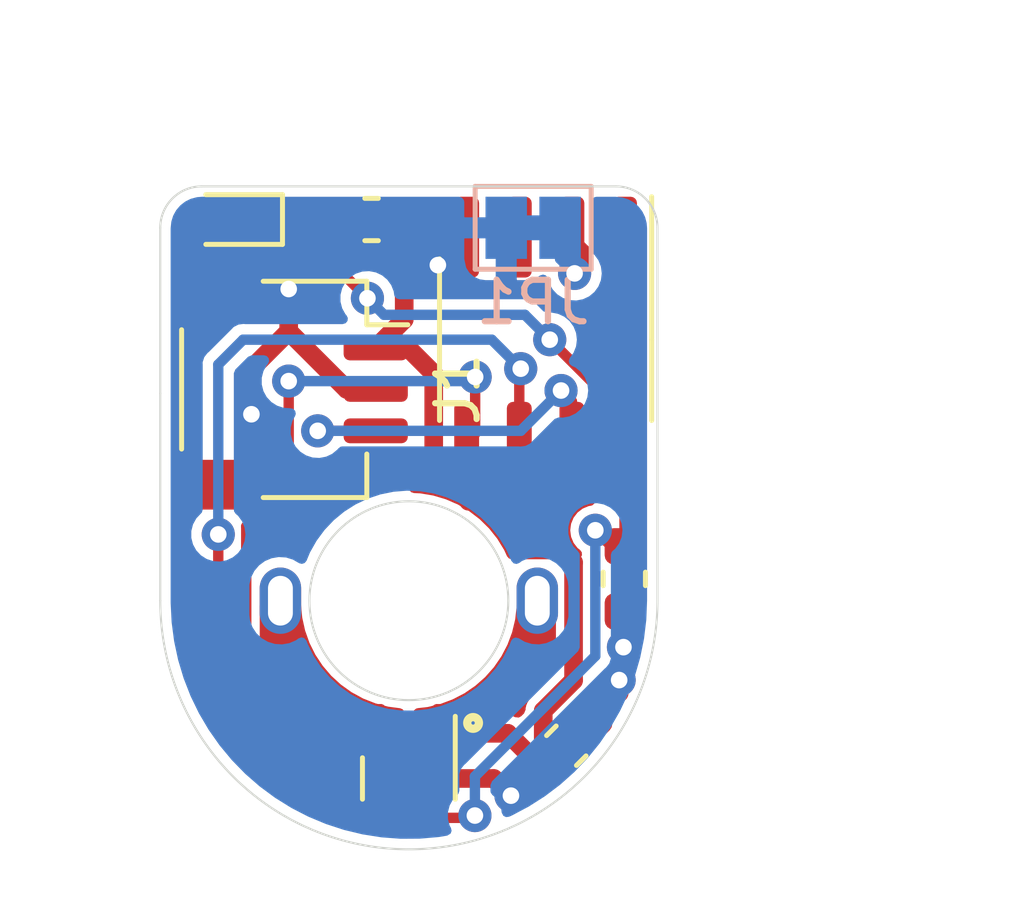
<source format=kicad_pcb>
(kicad_pcb (version 20201002) (generator pcbnew)

  (general
    (thickness 1.6)
  )

  (paper "A4")
  (layers
    (0 "F.Cu" signal)
    (31 "B.Cu" signal)
    (32 "B.Adhes" user "B.Adhesive")
    (33 "F.Adhes" user "F.Adhesive")
    (34 "B.Paste" user)
    (35 "F.Paste" user)
    (36 "B.SilkS" user "B.Silkscreen")
    (37 "F.SilkS" user "F.Silkscreen")
    (38 "B.Mask" user)
    (39 "F.Mask" user)
    (40 "Dwgs.User" user "User.Drawings")
    (41 "Cmts.User" user "User.Comments")
    (42 "Eco1.User" user "User.Eco1")
    (43 "Eco2.User" user "User.Eco2")
    (44 "Edge.Cuts" user)
    (45 "Margin" user)
    (46 "B.CrtYd" user "B.Courtyard")
    (47 "F.CrtYd" user "F.Courtyard")
    (48 "B.Fab" user)
    (49 "F.Fab" user)
  )

  (setup
    (stackup
      (layer "F.SilkS" (type "Top Silk Screen"))
      (layer "F.Paste" (type "Top Solder Paste"))
      (layer "F.Mask" (type "Top Solder Mask") (color "Green") (thickness 0.01))
      (layer "F.Cu" (type "copper") (thickness 0.035))
      (layer "dielectric 1" (type "core") (thickness 1.51) (material "FR4") (epsilon_r 4.5) (loss_tangent 0.02))
      (layer "B.Cu" (type "copper") (thickness 0.035))
      (layer "B.Mask" (type "Bottom Solder Mask") (color "Green") (thickness 0.01))
      (layer "B.Paste" (type "Bottom Solder Paste"))
      (layer "B.SilkS" (type "Bottom Silk Screen"))
      (copper_finish "None")
      (dielectric_constraints no)
    )
    (aux_axis_origin 160 120)
    (pcbplotparams
      (layerselection 0x00010fc_ffffffff)
      (usegerberextensions false)
      (usegerberattributes true)
      (usegerberadvancedattributes true)
      (creategerberjobfile true)
      (svguseinch false)
      (svgprecision 6)
      (excludeedgelayer true)
      (linewidth 0.100000)
      (plotframeref false)
      (viasonmask false)
      (mode 1)
      (useauxorigin false)
      (hpglpennumber 1)
      (hpglpenspeed 20)
      (hpglpendiameter 15.000000)
      (psnegative false)
      (psa4output false)
      (plotreference true)
      (plotvalue true)
      (plotinvisibletext false)
      (sketchpadsonfab false)
      (subtractmaskfromsilk false)
      (outputformat 1)
      (mirror false)
      (drillshape 1)
      (scaleselection 1)
      (outputdirectory "")
    )
  )


  (net 0 "")
  (net 1 "GND")
  (net 2 "VBAT")
  (net 3 "/VLOGIC")
  (net 4 "PWMIN")
  (net 5 "/MOTORF")
  (net 6 "/MOTORR")
  (net 7 "Net-(U2-Pad3)")
  (net 8 "Net-(U2-Pad1)")
  (net 9 "Net-(J2-Pad1)")
  (net 10 "Net-(J3-Pad1)")
  (net 11 "/CONFIG1")

  (module "Resistor_SMD:R_0603_1608Metric" (layer "F.Cu") (tedit 5B301BBD) (tstamp 0837bc93-b835-4ffb-9e1e-37040c05d8c9)
    (at 159.1 110.8 180)
    (descr "Resistor SMD 0603 (1608 Metric), square (rectangular) end terminal, IPC_7351 nominal, (Body size source: http://www.tortai-tech.com/upload/download/2011102023233369053.pdf), generated with kicad-footprint-generator")
    (tags "resistor")
    (property "LCSC" "C23138")
    (property "Sheet file" "/home/mark/personal/robotbits/motorback/motorback.kicad_sch")
    (property "Sheet name" "")
    (path "/9cc6cd08-466f-41e4-abbd-755cc6de3162")
    (attr smd)
    (fp_text reference "R1" (at 0 -1.43) (layer "F.SilkS") hide
      (effects (font (size 1 1) (thickness 0.15)))
      (tstamp 3c089296-af52-48f2-9181-c8f2c67304fc)
    )
    (fp_text value "330R" (at 0 1.43) (layer "F.Fab")
      (effects (font (size 1 1) (thickness 0.15)))
      (tstamp 6d6e9aae-be81-4d27-956f-7886a6e60197)
    )
    (fp_text user "${REFERENCE}" (at 0 0) (layer "F.Fab") hide
      (effects (font (size 0.4 0.4) (thickness 0.06)))
      (tstamp 8cf2905e-b562-43b3-8e8c-d9c8c7fb6686)
    )
    (fp_line (start -0.162779 0.51) (end 0.162779 0.51) (layer "F.SilkS") (width 0.12) (tstamp a49924ec-56ea-4f1d-92d8-b4bad6349eba))
    (fp_line (start -0.162779 -0.51) (end 0.162779 -0.51) (layer "F.SilkS") (width 0.12) (tstamp c93bb43f-694e-4ab6-a3ad-085cf1564d4e))
    (fp_line (start 1.48 0.73) (end -1.48 0.73) (layer "F.CrtYd") (width 0.05) (tstamp 1804fd64-f874-4d10-b70a-cfae7eca218f))
    (fp_line (start -1.48 0.73) (end -1.48 -0.73) (layer "F.CrtYd") (width 0.05) (tstamp 871c0ac2-e01b-4540-9f76-483087887dda))
    (fp_line (start -1.48 -0.73) (end 1.48 -0.73) (layer "F.CrtYd") (width 0.05) (tstamp d5782a9d-75fb-4044-8302-563dcea571ed))
    (fp_line (start 1.48 -0.73) (end 1.48 0.73) (layer "F.CrtYd") (width 0.05) (tstamp dc19914f-61f1-4887-9d0f-bd470ad5c2b1))
    (fp_line (start -0.8 0.4) (end -0.8 -0.4) (layer "F.Fab") (width 0.1) (tstamp 0627a5bc-0ec4-4442-a158-8ae1345dba17))
    (fp_line (start 0.8 0.4) (end -0.8 0.4) (layer "F.Fab") (width 0.1) (tstamp 2a68b2ab-120b-483c-b7c9-3304a142adf5))
    (fp_line (start 0.8 -0.4) (end 0.8 0.4) (layer "F.Fab") (width 0.1) (tstamp 3002e419-063b-4159-8577-9f673477d9d8))
    (fp_line (start -0.8 -0.4) (end 0.8 -0.4) (layer "F.Fab") (width 0.1) (tstamp 5bd7a1ee-c107-43b6-bd06-9629c0d45c67))
    (pad "1" smd roundrect (at -0.7875 0 180) (size 0.875 0.95) (layers "F.Cu" "F.Paste" "F.Mask") (roundrect_rratio 0.25)
      (net 2 "VBAT") (tstamp 6a6da766-9614-45d4-976b-f031ea36f0f8))
    (pad "2" smd roundrect (at 0.7875 0 180) (size 0.875 0.95) (layers "F.Cu" "F.Paste" "F.Mask") (roundrect_rratio 0.25)
      (net 3 "/VLOGIC") (tstamp ce02601c-9c40-40f5-a5a0-cc7fc40c5d90))
    (model "${KISYS3DMOD}/Resistor_SMD.3dshapes/R_0603_1608Metric.wrl"
      (offset (xyz 0 0 0))
      (scale (xyz 1 1 1))
      (rotate (xyz 0 0 0))
    )
  )

  (module "Capacitor_SMD:C_0603_1608Metric" (layer "F.Cu") (tedit 5B301BBE) (tstamp 1aaca8fd-9c61-41f5-a5c5-9b47a9117f7e)
    (at 165.2 119.473765 -90)
    (descr "Capacitor SMD 0603 (1608 Metric), square (rectangular) end terminal, IPC_7351 nominal, (Body size source: http://www.tortai-tech.com/upload/download/2011102023233369053.pdf), generated with kicad-footprint-generator")
    (tags "capacitor")
    (property "LCSC" "C14663")
    (property "Sheet file" "/home/mark/personal/robotbits/motorback/motorback.kicad_sch")
    (property "Sheet name" "")
    (path "/bdc2c7e3-fd56-42e5-a4c4-3ab64da23c0d")
    (attr smd)
    (fp_text reference "C2" (at 0 -1.43 -270) (layer "F.SilkS") hide
      (effects (font (size 1 1) (thickness 0.15)))
      (tstamp 9f93956d-fa10-4b36-8224-96324ac0658a)
    )
    (fp_text value "0.1uf" (at 0 1.43 -270) (layer "F.Fab")
      (effects (font (size 1 1) (thickness 0.15)))
      (tstamp 088cc075-92ca-4867-a00a-e1bf80488593)
    )
    (fp_text user "${REFERENCE}" (at 0 0 -270) (layer "F.Fab") hide
      (effects (font (size 0.4 0.4) (thickness 0.06)))
      (tstamp 6365b0d7-270b-40eb-8b0d-f118b73c53ff)
    )
    (fp_line (start -0.162779 0.51) (end 0.162779 0.51) (layer "F.SilkS") (width 0.12) (tstamp 29ff9945-c498-4c3e-a53d-cc48eb1918a9))
    (fp_line (start -0.162779 -0.51) (end 0.162779 -0.51) (layer "F.SilkS") (width 0.12) (tstamp 488def14-7864-4964-bf4b-932465ea3968))
    (fp_line (start -1.48 -0.73) (end 1.48 -0.73) (layer "F.CrtYd") (width 0.05) (tstamp 05ae2598-6db0-4648-828d-23ebc3534332))
    (fp_line (start 1.48 0.73) (end -1.48 0.73) (layer "F.CrtYd") (width 0.05) (tstamp 4d349212-f76f-4b00-b18a-0bb9492066ce))
    (fp_line (start 1.48 -0.73) (end 1.48 0.73) (layer "F.CrtYd") (width 0.05) (tstamp a416e9d0-9c77-49a1-91a8-1d4714e80863))
    (fp_line (start -1.48 0.73) (end -1.48 -0.73) (layer "F.CrtYd") (width 0.05) (tstamp b8641989-e2ad-4b89-a93b-89f68b3dc207))
    (fp_line (start 0.8 -0.4) (end 0.8 0.4) (layer "F.Fab") (width 0.1) (tstamp 31886722-1de9-4364-997f-075169ef331f))
    (fp_line (start 0.8 0.4) (end -0.8 0.4) (layer "F.Fab") (width 0.1) (tstamp 6a494aae-75ae-47e3-9292-6bc2e08d3bf0))
    (fp_line (start -0.8 0.4) (end -0.8 -0.4) (layer "F.Fab") (width 0.1) (tstamp 7ebc1c67-6810-4fd9-b12a-52eba6df996a))
    (fp_line (start -0.8 -0.4) (end 0.8 -0.4) (layer "F.Fab") (width 0.1) (tstamp 916fbd3c-05c5-4322-9495-06450420643c))
    (pad "1" smd roundrect (at -0.7875 0 270) (size 0.875 0.95) (layers "F.Cu" "F.Paste" "F.Mask") (roundrect_rratio 0.25)
      (net 3 "/VLOGIC") (tstamp 35a527d6-5b5e-4ad4-9729-095378404ae2))
    (pad "2" smd roundrect (at 0.7875 0 270) (size 0.875 0.95) (layers "F.Cu" "F.Paste" "F.Mask") (roundrect_rratio 0.25)
      (net 1 "GND") (tstamp 2c813575-3fdd-49d0-86d2-ff3b34688479))
    (model "${KISYS3DMOD}/Capacitor_SMD.3dshapes/C_0603_1608Metric.wrl"
      (offset (xyz 0 0 0))
      (scale (xyz 1 1 1))
      (rotate (xyz 0 0 0))
    )
  )

  (module "Connector_JST:JST_SH_SM03B-SRSS-TB_1x03-1MP_P1.00mm_Horizontal" (layer "F.Cu") (tedit 5B78AD87) (tstamp 21d05c40-6e8a-4f5e-8e5f-eab0d0d0de33)
    (at 157.2 114.9 -90)
    (descr "JST SH series connector, SM03B-SRSS-TB (http://www.jst-mfg.com/product/pdf/eng/eSH.pdf), generated with kicad-footprint-generator")
    (tags "connector JST SH top entry")
    (property "Sheet file" "/home/mark/personal/robotbits/motorback/motorback.kicad_sch")
    (property "Sheet name" "")
    (path "/467fc087-e364-41e4-9a8a-5961f20f29a6")
    (attr smd)
    (fp_text reference "J1" (at 0 -3.98 -90) (layer "F.SilkS")
      (effects (font (size 1 1) (thickness 0.15)))
      (tstamp 18745996-5f3b-47f2-ba3f-a8d04d57df21)
    )
    (fp_text value "Conn_01x03_Male" (at 0 3.98 -90) (layer "F.Fab")
      (effects (font (size 1 1) (thickness 0.15)))
      (tstamp af68b03f-7200-46fb-b07d-42bb81bbd7c9)
    )
    (fp_text user "${REFERENCE}" (at 0 0 -90) (layer "F.Fab")
      (effects (font (size 1 1) (thickness 0.15)))
      (tstamp 02a2d7ec-6497-4a81-8185-566c8ebaa5b2)
    )
    (fp_line (start 2.61 -1.785) (end 1.56 -1.785) (layer "F.SilkS") (width 0.12) (tstamp 595f2af2-38ba-4295-be6d-2d1b0518356b))
    (fp_line (start -2.61 -1.785) (end -1.56 -1.785) (layer "F.SilkS") (width 0.12) (tstamp 5caf1aa1-2ec1-4174-966f-c2e7257290b7))
    (fp_line (start -1.56 -1.785) (end -1.56 -2.775) (layer "F.SilkS") (width 0.12) (tstamp 667d9015-f893-45c0-9385-151bdc56701b))
    (fp_line (start -2.61 0.715) (end -2.61 -1.785) (layer "F.SilkS") (width 0.12) (tstamp 79a31f1b-a67b-42c2-8af4-c2ca559fd317))
    (fp_line (start -1.44 2.685) (end 1.44 2.685) (layer "F.SilkS") (width 0.12) (tstamp 9cfe585f-a42f-447d-aab4-9727bdc84b5d))
    (fp_line (start 2.61 0.715) (end 2.61 -1.785) (layer "F.SilkS") (width 0.12) (tstamp e2dab7ed-495a-4880-beec-1ea4dee9823a))
    (fp_line (start -3.4 -3.28) (end -3.4 3.28) (layer "F.CrtYd") (width 0.05) (tstamp 1cd726b0-888e-4939-822c-c4483744d566))
    (fp_line (start 3.4 3.28) (end 3.4 -3.28) (layer "F.CrtYd") (width 0.05) (tstamp 5a68ba8e-e78e-4491-9728-aa285eac281d))
    (fp_line (start 3.4 -3.28) (end -3.4 -3.28) (layer "F.CrtYd") (width 0.05) (tstamp b50e7a27-af7b-4a24-9e98-9ef0fc29e50e))
    (fp_line (start -3.4 3.28) (end 3.4 3.28) (layer "F.CrtYd") (width 0.05) (tstamp ee620ee4-7a04-4a11-b1e2-2bacf36c5179))
    (fp_line (start 2.5 -1.675) (end 2.5 2.575) (layer "F.Fab") (width 0.1) (tstamp 14d396f7-6e34-4926-87c2-bc2f05ac9e02))
    (fp_line (start -2.5 -1.675) (end -2.5 2.575) (layer "F.Fab") (width 0.1) (tstamp 29ccde77-4f31-4745-bf83-a79b15c89b10))
    (fp_line (start -2.5 -1.675) (end 2.5 -1.675) (layer "F.Fab") (width 0.1) (tstamp 5027c578-464d-486b-8184-7eade83fe21a))
    (fp_line (start -1 -0.967893) (end -0.5 -1.675) (layer "F.Fab") (width 0.1) (tstamp 64da75d6-ab36-4159-a89c-fc7c2a6d4950))
    (fp_line (start -1.5 -1.675) (end -1 -0.967893) (layer "F.Fab") (width 0.1) (tstamp bfc475c5-0177-4a3f-b0d3-013218068a4f))
    (fp_line (start -2.5 2.575) (end 2.5 2.575) (layer "F.Fab") (width 0.1) (tstamp ee3cb738-12d1-4111-9a76-23e794295eae))
    (pad "1" smd roundrect (at -1 -2 270) (size 0.6 1.55) (layers "F.Cu" "F.Paste" "F.Mask") (roundrect_rratio 0.25)
      (net 2 "VBAT") (pinfunction "Pin_1") (tstamp 1fcaaa95-e50e-4dd9-be51-c0ceb2b84ebe))
    (pad "2" smd roundrect (at 0 -2 270) (size 0.6 1.55) (layers "F.Cu" "F.Paste" "F.Mask") (roundrect_rratio 0.25)
      (net 1 "GND") (pinfunction "Pin_2") (tstamp 04b961f3-70c9-47c8-8b1a-236ca2a4f7b7))
    (pad "3" smd roundrect (at 1 -2 270) (size 0.6 1.55) (layers "F.Cu" "F.Paste" "F.Mask") (roundrect_rratio 0.25)
      (net 4 "PWMIN") (pinfunction "Pin_3") (tstamp 7c50bd6d-bafd-4cbb-846c-55e218015bfb))
    (pad "MP" smd roundrect (at 2.3 1.875 270) (size 1.2 1.8) (layers "F.Cu" "F.Paste" "F.Mask") (roundrect_rratio 0.208333) (tstamp 3f20b69c-cdac-449e-95f1-1e7eeba54ed2))
    (pad "MP" smd roundrect (at -2.3 1.875 270) (size 1.2 1.8) (layers "F.Cu" "F.Paste" "F.Mask") (roundrect_rratio 0.208333) (tstamp 722f56ab-703f-4398-9e9e-2eb0f4441556))
    (model "${KISYS3DMOD}/Connector_JST.3dshapes/JST_SH_SM03B-SRSS-TB_1x03-1MP_P1.00mm_Horizontal.wrl"
      (offset (xyz 0 0 0))
      (scale (xyz 1 1 1))
      (rotate (xyz 0 0 0))
    )
  )

  (module "motorback:drv8837_custom" (layer "F.Cu") (tedit 5EC2AC86) (tstamp 46c2c934-bcb8-4d74-bc54-1d6c18a55117)
    (at 160 124.290535 -90)
    (descr "8-Lead Plastic WSON, 2x2mm Body, 0.5mm Pitch, WSON-8, http://www.ti.com/lit/ds/symlink/lm27761.pdf")
    (tags "WSON 8 1EP")
    (property "LCSC" "C39159")
    (property "Sheet file" "/home/mark/personal/robotbits/motorback/motorback.kicad_sch")
    (property "Sheet name" "")
    (path "/17f044cf-d669-4296-9d52-0d1ba68a5a56")
    (attr smd)
    (fp_text reference "U1" (at 0.38 -1.9 90) (layer "F.SilkS") hide
      (effects (font (size 1 1) (thickness 0.15)))
      (tstamp 266e3c5d-4b47-4479-aa34-54fab28fc3bb)
    )
    (fp_text value "DRV8837" (at 0.01 2.14 90) (layer "F.Fab")
      (effects (font (size 1 1) (thickness 0.15)))
      (tstamp 33b0ce37-1a1e-4996-895a-c0faaab0c18f)
    )
    (fp_text user "${REFERENCE}" (at 0 0 90) (layer "F.Fab") hide
      (effects (font (size 0.7 0.7) (thickness 0.1)))
      (tstamp 83492d61-9a79-468d-b627-bd74a3f9fc4d)
    )
    (fp_line (start 0.5 1.12) (end -0.5 1.12) (layer "F.SilkS") (width 0.12) (tstamp 8e6bd4a2-6373-4cde-8881-322fe968fb4e))
    (fp_line (start -1.5 -1.12) (end 0.5 -1.12) (layer "F.SilkS") (width 0.12) (tstamp cf18902d-05e4-4aed-a52a-f1b8cc84edd5))
    (fp_line (start 1.6 -1.25) (end 1.6 1.25) (layer "F.CrtYd") (width 0.05) (tstamp 44936b05-7283-4aea-868c-857a8dc9f47f))
    (fp_line (start -1.6 1.25) (end 1.6 1.25) (layer "F.CrtYd") (width 0.05) (tstamp 8837412f-fac9-4c31-ae77-a834ecb71b1b))
    (fp_line (start -1.6 -1.25) (end 1.6 -1.25) (layer "F.CrtYd") (width 0.05) (tstamp 910f5ce1-2a12-4b12-8b75-1a6dcf07e71d))
    (fp_line (start -1.6 -1.25) (end -1.6 1.25) (layer "F.CrtYd") (width 0.05) (tstamp d74f0e96-4364-4996-8e84-6f5c64dfd969))
    (fp_line (start -1 1) (end -1 -0.5) (layer "F.Fab") (width 0.1) (tstamp 1adf4630-b6dc-4887-be0c-305c75fe95a3))
    (fp_line (start 1 -1) (end 1 1) (layer "F.Fab") (width 0.1) (tstamp 8f00d7a7-50b7-41ac-b516-c4f664b2b614))
    (fp_line (start 1 1) (end -1 1) (layer "F.Fab") (width 0.1) (tstamp 8ffb28f5-601f-48c9-84f0-65ed8c112ec6))
    (fp_line (start -0.5 -1) (end -1 -0.5) (layer "F.Fab") (width 0.1) (tstamp c2d21fff-c3ab-47fb-8b45-f2cf97aa588a))
    (fp_line (start -0.5 -1) (end 1 -1) (layer "F.Fab") (width 0.1) (tstamp d121db74-847e-41ce-9183-fa0978fec1a7))
    (pad "" smd rect (at 0 -0.4 270) (size 0.75 0.65) (layers "F.Paste") (tstamp 773a2d42-e24a-40a7-8349-e158b5e70dd9))
    (pad "1" smd rect (at -0.95 -0.75 270) (size 0.5 0.25) (layers "F.Cu" "F.Paste" "F.Mask")
      (net 2 "VBAT") (pinfunction "VM") (tstamp 92b74991-0fb0-4cd7-b967-e41cb1c80fda))
    (pad "2" smd rect (at -0.95 -0.25 270) (size 0.5 0.25) (layers "F.Cu" "F.Paste" "F.Mask")
      (net 9 "Net-(J2-Pad1)") (pinfunction "OUT1") (tstamp 6a24eef3-6815-472c-a3de-9ad018837d4e))
    (pad "3" smd rect (at -0.95 0.25 270) (size 0.5 0.25) (layers "F.Cu" "F.Paste" "F.Mask")
      (net 10 "Net-(J3-Pad1)") (pinfunction "OUT2") (tstamp 5a031d4b-a180-4742-ba56-6408e7b09013))
    (pad "4" smd rect (at -0.95 0.75 270) (size 0.5 0.25) (layers "F.Cu" "F.Paste" "F.Mask")
      (net 1 "GND") (pinfunction "GND") (tstamp bec7d34a-8110-48ec-beb2-24a1e35942b5))
    (pad "5" smd rect (at 0.95 0.75 270) (size 0.5 0.25) (layers "F.Cu" "F.Paste" "F.Mask")
      (net 6 "/MOTORR") (pinfunction "IN2") (tstamp c24ab6f5-a165-425b-bb97-2d48decaa5bd))
    (pad "6" smd rect (at 0.95 0.25 270) (size 0.5 0.25) (layers "F.Cu" "F.Paste" "F.Mask")
      (net 5 "/MOTORF") (pinfunction "IN1") (tstamp af97eee5-b5c2-469e-a468-602de9487355))
    (pad "7" smd rect (at 0.95 -0.25 270) (size 0.5 0.25) (layers "F.Cu" "F.Paste" "F.Mask")
      (net 3 "/VLOGIC") (pinfunction "~SLEEP") (tstamp 9d34ee26-7d35-488e-b452-e65fac08972a))
    (pad "8" smd rect (at 0.95 -0.75 270) (size 0.5 0.25) (layers "F.Cu" "F.Paste" "F.Mask")
      (net 3 "/VLOGIC") (pinfunction "VCC") (tstamp b208bf1f-9d63-4d3e-ac5c-28a08dc7341a))
    (pad "9" smd rect (at 0 -0.4 270) (size 0.9 0.8) (layers "F.Cu" "F.Mask")
      (net 1 "GND") (pinfunction "GND") (tstamp 5eb2860a-5283-49d2-95a7-580e82956e91))
    (model "${KISYS3DMOD}/Package_SON.3dshapes/WSON-8-1EP_2x2mm_P0.5mm_EP0.9x1.6mm.wrl"
      (offset (xyz 0 0 0))
      (scale (xyz 1 1 1))
      (rotate (xyz 0 0 0))
    )
  )

  (module "motorback:motorpad" (layer "F.Cu") (tedit 5EC2ADAF) (tstamp 5757330f-6786-4d16-99b2-e161ad422bd7)
    (at 156.9 120)
    (property "Sheet file" "/home/mark/personal/robotbits/motorback/motorback.kicad_sch")
    (property "Sheet name" "")
    (path "/eec7e38a-e3b3-447a-ba37-6ee91030c0fe")
    (attr through_hole)
    (fp_text reference "J3" (at 0 -0.5 unlocked) (layer "F.SilkS") hide
      (effects (font (size 1 1) (thickness 0.15)))
      (tstamp c59849dc-390c-4b90-8892-6a4073c2298e)
    )
    (fp_text value "Conn_01x01_Male" (at 0 1 unlocked) (layer "F.Fab")
      (effects (font (size 1 1) (thickness 0.15)))
      (tstamp ae587596-ef57-413f-8473-6f71fdd8895a)
    )
    (fp_text user "${REFERENCE}" (at 0 2.5 unlocked) (layer "F.Fab") hide
      (effects (font (size 1 1) (thickness 0.15)))
      (tstamp 68a1f7f9-5e5d-4d99-9356-743961231510)
    )
    (pad "1" thru_hole oval (at 0 0) (size 1 1.6) (drill oval 0.6 1.2) (layers *.Cu *.Mask)
      (net 10 "Net-(J3-Pad1)") (pinfunction "Pin_1") (tstamp 3a0b5ab8-efff-4f03-8fbf-b7487a8247ac))
  )

  (module "Package_SO:SOIC-8_3.9x4.9mm_P1.27mm" (layer "F.Cu") (tedit 5D9F72B1) (tstamp 63ed5033-948a-452e-9835-49e6ec1af486)
    (at 163.3 113.7 -90)
    (descr "SOIC, 8 Pin (JEDEC MS-012AA, https://www.analog.com/media/en/package-pcb-resources/package/pkg_pdf/soic_narrow-r/r_8.pdf), generated with kicad-footprint-generator ipc_gullwing_generator.py")
    (tags "SOIC SO")
    (property "LCSC" "C40382")
    (property "Sheet file" "/home/mark/personal/robotbits/motorback/motorback.kicad_sch")
    (property "Sheet name" "")
    (path "/b27661b9-3bfb-4ac3-8d24-bfaa37326f5c")
    (attr smd)
    (fp_text reference "U2" (at 0 -3.4 90) (layer "F.SilkS") hide
      (effects (font (size 1 1) (thickness 0.15)))
      (tstamp 62f62ea2-d99c-4b00-b808-bc8fb75f9d5b)
    )
    (fp_text value "ATtiny13V-10SSU" (at 0 3.4 90) (layer "F.Fab")
      (effects (font (size 1 1) (thickness 0.15)))
      (tstamp 1620c123-753c-48a4-a814-781653f09248)
    )
    (fp_text user "${REFERENCE}" (at 0 0 90) (layer "F.Fab") hide
      (effects (font (size 0.98 0.98) (thickness 0.15)))
      (tstamp 86e922a1-a680-4ca3-b264-ebf8b4a99c6f)
    )
    (fp_line (start 0 -2.56) (end 1.95 -2.56) (layer "F.SilkS") (width 0.12) (tstamp 601dd14f-f420-45ca-b0c1-fdff529ec779))
    (fp_line (start 0 2.56) (end 1.95 2.56) (layer "F.SilkS") (width 0.12) (tstamp 8e4f225f-faf5-4f4d-ad31-18d3e2effa75))
    (fp_line (start 0 -2.56) (end -3.45 -2.56) (layer "F.SilkS") (width 0.12) (tstamp 9fae9175-8e3b-4993-8793-2a356492e394))
    (fp_line (start 0 2.56) (end -1.95 2.56) (layer "F.SilkS") (width 0.12) (tstamp dd19f18a-7341-4351-b0ef-9ee0fd47a7a8))
    (fp_line (start 3.7 -2.7) (end -3.7 -2.7) (layer "F.CrtYd") (width 0.05) (tstamp 090d240c-5cd9-4533-a96e-71736e01c536))
    (fp_line (start -3.7 -2.7) (end -3.7 2.7) (layer "F.CrtYd") (width 0.05) (tstamp 3daf9352-83a9-4dcf-af8e-035a0871ee29))
    (fp_line (start -3.7 2.7) (end 3.7 2.7) (layer "F.CrtYd") (width 0.05) (tstamp 57bffa6a-6d22-466f-9d48-d3282daaa830))
    (fp_line (start 3.7 2.7) (end 3.7 -2.7) (layer "F.CrtYd") (width 0.05) (tstamp 9e5ce933-8a86-491e-91b8-741e0d6c4178))
    (fp_line (start -1.95 2.45) (end -1.95 -1.475) (layer "F.Fab") (width 0.1) (tstamp 053517a0-cae7-48db-b1c7-c13956d44210))
    (fp_line (start -0.975 -2.45) (end 1.95 -2.45) (layer "F.Fab") (width 0.1) (tstamp 6a873d3c-9c39-4216-8051-daa393563a24))
    (fp_line (start 1.95 2.45) (end -1.95 2.45) (layer "F.Fab") (width 0.1) (tstamp 98a9a283-df5a-48d5-bcc1-59825799d45b))
    (fp_line (start 1.95 -2.45) (end 1.95 2.45) (layer "F.Fab") (width 0.1) (tstamp d3187d0a-a0ce-4360-9267-8e4353b6cf31))
    (fp_line (start -1.95 -1.475) (end -0.975 -2.45) (layer "F.Fab") (width 0.1) (tstamp e7e6df88-9431-4f7a-bac8-6af3879b1881))
    (pad "1" smd roundrect (at -2.475 -1.905 270) (size 1.95 0.6) (layers "F.Cu" "F.Paste" "F.Mask") (roundrect_rratio 0.25)
      (net 8 "Net-(U2-Pad1)") (pinfunction "~RESET~/PB5") (tstamp cb97b330-57de-432a-9404-da51d2904909))
    (pad "2" smd roundrect (at -2.475 -0.635 270) (size 1.95 0.6) (layers "F.Cu" "F.Paste" "F.Mask") (roundrect_rratio 0.25)
      (net 11 "/CONFIG1") (pinfunction "PB3") (tstamp 9c8dd765-1ec2-4522-9b67-0bfa704da938))
    (pad "3" smd roundrect (at -2.475 0.635 270) (size 1.95 0.6) (layers "F.Cu" "F.Paste" "F.Mask") (roundrect_rratio 0.25)
      (net 7 "Net-(U2-Pad3)") (pinfunction "PB4") (tstamp a0553026-6daa-442d-95cf-8232e7ba8d5b))
    (pad "4" smd roundrect (at -2.475 1.905 270) (size 1.95 0.6) (layers "F.Cu" "F.Paste" "F.Mask") (roundrect_rratio 0.25)
      (net 1 "GND") (pinfunction "GND") (tstamp 7d83c23e-30f7-4614-8ee4-aa16efda3088))
    (pad "5" smd roundrect (at 2.475 1.905 270) (size 1.95 0.6) (layers "F.Cu" "F.Paste" "F.Mask") (roundrect_rratio 0.25)
      (net 5 "/MOTORF") (pinfunction "PB0") (tstamp 55e251da-eade-4e3d-9894-293dce4e30e2))
    (pad "6" smd roundrect (at 2.475 0.635 270) (size 1.95 0.6) (layers "F.Cu" "F.Paste" "F.Mask") (roundrect_rratio 0.25)
      (net 6 "/MOTORR") (pinfunction "PB1") (tstamp a876be0b-1af7-48c4-b782-dd2848e47ac3))
    (pad "7" smd roundrect (at 2.475 -0.635 270) (size 1.95 0.6) (layers "F.Cu" "F.Paste" "F.Mask") (roundrect_rratio 0.25)
      (net 4 "PWMIN") (pinfunction "PB2") (tstamp b25cbf6c-0627-4780-9291-3ff54d9113bc))
    (pad "8" smd roundrect (at 2.475 -1.905 270) (size 1.95 0.6) (layers "F.Cu" "F.Paste" "F.Mask") (roundrect_rratio 0.25)
      (net 3 "/VLOGIC") (pinfunction "VCC") (tstamp 43a9a7d5-98da-4782-a4b9-f73f930312cf))
    (model "${KISYS3DMOD}/Package_SO.3dshapes/SOIC-8_3.9x4.9mm_P1.27mm.wrl"
      (offset (xyz 0 0 0))
      (scale (xyz 1 1 1))
      (rotate (xyz 0 0 0))
    )
  )

  (module "Capacitor_SMD:C_0603_1608Metric" (layer "F.Cu") (tedit 5B301BBE) (tstamp 7a1782d8-229f-4665-826f-c4face17b15b)
    (at 163.8 123.5 45)
    (descr "Capacitor SMD 0603 (1608 Metric), square (rectangular) end terminal, IPC_7351 nominal, (Body size source: http://www.tortai-tech.com/upload/download/2011102023233369053.pdf), generated with kicad-footprint-generator")
    (tags "capacitor")
    (property "LCSC" "C19702")
    (property "Sheet file" "/home/mark/personal/robotbits/motorback/motorback.kicad_sch")
    (property "Sheet name" "")
    (path "/683c8261-48e8-459e-958c-c087073a54de")
    (attr smd)
    (fp_text reference "C1" (at 0 -1.43 45) (layer "F.SilkS") hide
      (effects (font (size 1 1) (thickness 0.15)))
      (tstamp 708d4a4e-8dfb-4836-9fc5-4840c99db947)
    )
    (fp_text value "10uF" (at 0 1.43 45) (layer "F.Fab")
      (effects (font (size 1 1) (thickness 0.15)))
      (tstamp 20bdb448-80fd-4ed2-aebb-998461f3e0ee)
    )
    (fp_text user "${REFERENCE}" (at 0 0 45) (layer "F.Fab") hide
      (effects (font (size 0.4 0.4) (thickness 0.06)))
      (tstamp 0011ca83-b7f2-40ef-a852-3a9b2776265b)
    )
    (fp_line (start -0.162779 -0.51) (end 0.162779 -0.51) (layer "F.SilkS") (width 0.12) (tstamp 695f5d47-2f2e-4858-8668-03421a81cb87))
    (fp_line (start -0.162779 0.51) (end 0.162779 0.51) (layer "F.SilkS") (width 0.12) (tstamp a7ba058c-b0f8-41df-9dae-28176f33353a))
    (fp_line (start 1.48 -0.73) (end 1.48 0.73) (layer "F.CrtYd") (width 0.05) (tstamp 35463a3e-3daf-4963-91ba-eb718f565aec))
    (fp_line (start 1.48 0.73) (end -1.48 0.73) (layer "F.CrtYd") (width 0.05) (tstamp 7855641d-94c1-4335-a0f5-9b478f087dfb))
    (fp_line (start -1.48 -0.73) (end 1.48 -0.73) (layer "F.CrtYd") (width 0.05) (tstamp 7d6baa57-6b38-4b47-8c58-bac94e738084))
    (fp_line (start -1.48 0.73) (end -1.48 -0.73) (layer "F.CrtYd") (width 0.05) (tstamp bea981fe-6abc-42c3-85aa-7adc69691e52))
    (fp_line (start -0.8 -0.4) (end 0.8 -0.4) (layer "F.Fab") (width 0.1) (tstamp 059a42f1-e737-4a1f-83f6-e50f87e94623))
    (fp_line (start -0.8 0.4) (end -0.8 -0.4) (layer "F.Fab") (width 0.1) (tstamp 34310c1f-ea9c-4f9b-a5c1-0b9c6746c9d1))
    (fp_line (start 0.8 0.4) (end -0.8 0.4) (layer "F.Fab") (width 0.1) (tstamp 75a7ff47-7b1b-4acf-9a9c-03bd35fcc6ec))
    (fp_line (start 0.8 -0.4) (end 0.8 0.4) (layer "F.Fab") (width 0.1) (tstamp e8d47f74-5d9c-4011-818e-f0ca96435966))
    (pad "1" smd roundrect (at -0.7875 0 45) (size 0.875 0.95) (layers "F.Cu" "F.Paste" "F.Mask") (roundrect_rratio 0.25)
      (net 2 "VBAT") (tstamp 35a527d6-5b5e-4ad4-9729-095378404ae2))
    (pad "2" smd roundrect (at 0.7875 0 45) (size 0.875 0.95) (layers "F.Cu" "F.Paste" "F.Mask") (roundrect_rratio 0.25)
      (net 1 "GND") (tstamp 2c813575-3fdd-49d0-86d2-ff3b34688479))
    (model "${KISYS3DMOD}/Capacitor_SMD.3dshapes/C_0603_1608Metric.wrl"
      (offset (xyz 0 0 0))
      (scale (xyz 1 1 1))
      (rotate (xyz 0 0 0))
    )
  )

  (module "motorback:motorpad" (layer "F.Cu") (tedit 5EC2B000) (tstamp 835a43d2-2bca-469b-b740-b88ebfba03c6)
    (at 163 120)
    (property "Sheet file" "/home/mark/personal/robotbits/motorback/motorback.kicad_sch")
    (property "Sheet name" "")
    (path "/532399d3-003d-420e-972c-88889cc1c8f4")
    (attr through_hole)
    (fp_text reference "J2" (at 0 -0.5 unlocked) (layer "F.SilkS") hide
      (effects (font (size 1 1) (thickness 0.15)))
      (tstamp ac089cbf-5f53-4b1a-b55d-3114360d38ab)
    )
    (fp_text value "Conn_01x01_Male" (at 0 1 unlocked) (layer "F.Fab")
      (effects (font (size 1 1) (thickness 0.15)))
      (tstamp e169f3ef-c3c8-4151-b658-4b5038847434)
    )
    (fp_text user "${REFERENCE}" (at 0 2.5 unlocked) (layer "F.Fab") hide
      (effects (font (size 1 1) (thickness 0.15)))
      (tstamp 0fccb18a-dac9-43ae-8cca-be14612347c5)
    )
    (pad "1" thru_hole oval (at 0.1 0) (size 1 1.6) (drill oval 0.6 1.2) (layers *.Cu *.Mask)
      (net 9 "Net-(J2-Pad1)") (pinfunction "Pin_1") (tstamp 3a0b5ab8-efff-4f03-8fbf-b7487a8247ac))
  )

  (module "Diode_SMD:D_SOD-523" (layer "F.Cu") (tedit 586419F0) (tstamp dae61b59-abd9-405f-b354-8f4744207800)
    (at 155.8 110.8 180)
    (descr "http://www.diodes.com/datasheets/ap02001.pdf p.144")
    (tags "Diode SOD523")
    (property "LCSC" "C55848")
    (property "Sheet file" "/home/mark/personal/robotbits/motorback/motorback.kicad_sch")
    (property "Sheet name" "")
    (path "/11037861-7a2a-40d1-a2e0-c5fa71459e32")
    (attr smd)
    (fp_text reference "D1" (at 0 -1.3 180) (layer "F.SilkS") hide
      (effects (font (size 1 1) (thickness 0.15)))
      (tstamp 9dc22d8d-01da-444d-9614-d9efd66f0294)
    )
    (fp_text value "MM5Z5V1" (at 0 1.4 180) (layer "F.Fab")
      (effects (font (size 1 1) (thickness 0.15)))
      (tstamp 2d118880-145d-4891-8583-1691eb0944af)
    )
    (fp_text user "${REFERENCE}" (at 0 -1.3 180) (layer "F.Fab")
      (effects (font (size 1 1) (thickness 0.15)))
      (tstamp a40aadba-f827-4730-8ba6-7a166b7dfc40)
    )
    (fp_line (start 0.7 0.6) (end -1.15 0.6) (layer "F.SilkS") (width 0.12) (tstamp 50336a90-d7ad-4d16-8ef4-f8db264f3deb))
    (fp_line (start -1.15 -0.6) (end -1.15 0.6) (layer "F.SilkS") (width 0.12) (tstamp 5b28f42d-65c2-472d-bf2b-593231428148))
    (fp_line (start 0.7 -0.6) (end -1.15 -0.6) (layer "F.SilkS") (width 0.12) (tstamp fdf025f5-58f6-41f7-850c-72e2475a4373))
    (fp_line (start -1.25 -0.7) (end 1.25 -0.7) (layer "F.CrtYd") (width 0.05) (tstamp 5468832e-9dfd-427e-92f9-cab744fa222a))
    (fp_line (start -1.25 0.7) (end -1.25 -0.7) (layer "F.CrtYd") (width 0.05) (tstamp 9050260c-a9c4-4f35-b4f4-318a6a07c670))
    (fp_line (start 1.25 -0.7) (end 1.25 0.7) (layer "F.CrtYd") (width 0.05) (tstamp a51f0964-29be-47b5-9db8-5d7b832f3322))
    (fp_line (start 1.25 0.7) (end -1.25 0.7) (layer "F.CrtYd") (width 0.05) (tstamp dbd9d2c1-2e48-412e-80be-d8c3948dd5fc))
    (fp_line (start 0.1 0.2) (end 0.1 -0.2) (layer "F.Fab") (width 0.1) (tstamp 262d7195-ec65-4670-89aa-a426dc229943))
    (fp_line (start -0.65 0.45) (end -0.65 -0.45) (layer "F.Fab") (width 0.1) (tstamp 4d3f6509-2cdc-4096-9436-00990de7dc25))
    (fp_line (start -0.65 -0.45) (end 0.65 -0.45) (layer "F.Fab") (width 0.1) (tstamp 5ae360ff-e2e4-4720-a4af-5dbdefe00de8))
    (fp_line (start 0.65 -0.45) (end 0.65 0.45) (layer "F.Fab") (width 0.1) (tstamp 5af18805-e586-4dcd-b4ef-800cf595f746))
    (fp_line (start -0.2 0) (end 0.1 0.2) (layer "F.Fab") (width 0.1) (tstamp 848bb30a-c2d5-4575-9475-ca7cfac41b56))
    (fp_line (start 0.65 0.45) (end -0.65 0.45) (layer "F.Fab") (width 0.1) (tstamp 89e2f87a-746b-4033-b70a-ad9ba24c8e0f))
    (fp_line (start 0.1 -0.2) (end -0.2 0) (layer "F.Fab") (width 0.1) (tstamp 9cc52374-5524-4a3f-b1ee-d738cc7e3949))
    (fp_line (start -0.2 0.2) (end -0.2 -0.2) (layer "F.Fab") (width 0.1) (tstamp c24c8d9a-117b-4735-b699-7a5193c9277a))
    (fp_line (start 0.1 0) (end 0.25 0) (layer "F.Fab") (width 0.1) (tstamp da587f59-82ed-4e80-861d-f756000cb5eb))
    (fp_line (start -0.2 0) (end -0.35 0) (layer "F.Fab") (width 0.1) (tstamp eda5aeab-fff3-4073-97f5-23fd804531a2))
    (pad "1" smd rect (at -0.7 0) (size 0.6 0.7) (layers "F.Cu" "F.Paste" "F.Mask")
      (net 3 "/VLOGIC") (pinfunction "K") (tstamp a269a887-52d0-4f67-9bb5-1faaa26e83c6))
    (pad "2" smd rect (at 0.7 0) (size 0.6 0.7) (layers "F.Cu" "F.Paste" "F.Mask")
      (net 1 "GND") (pinfunction "A") (tstamp a3f75a5c-edaa-4fe0-9a3e-257f27747014))
    (model "${KISYS3DMOD}/Diode_SMD.3dshapes/D_SOD-523.wrl"
      (offset (xyz 0 0 0))
      (scale (xyz 1 1 1))
      (rotate (xyz 0 0 0))
    )
  )

  (module "Jumper:SolderJumper-2_P1.3mm_Bridged_Pad1.0x1.5mm" (layer "B.Cu") (tedit 5C756AB2) (tstamp ac340dd6-9134-4f67-9289-6cd5b7c12724)
    (at 163 111)
    (descr "SMD Solder Jumper, 1x1.5mm Pads, 0.3mm gap, bridged with 1 copper strip")
    (tags "solder jumper open")
    (property "Sheet file" "/home/mark/personal/robotbits/motorback/motorback.kicad_sch")
    (property "Sheet name" "")
    (path "/5dd88294-f74f-41be-a964-3cb1052dde68")
    (attr exclude_from_pos_files)
    (fp_text reference "JP1" (at 0 1.8) (layer "B.SilkS")
      (effects (font (size 1 1) (thickness 0.15)) (justify mirror))
      (tstamp 58420fcc-8590-49ef-9e12-0e3eb85f0e66)
    )
    (fp_text value "Jumper" (at 0 -1.9) (layer "B.Fab")
      (effects (font (size 1 1) (thickness 0.15)) (justify mirror))
      (tstamp 5b1ca3a9-64ca-4cb3-be72-f07bae12e399)
    )
    (fp_poly (pts (xy -0.25 0.3)
      (xy 0.25 0.3)
      (xy 0.25 -0.3)
      (xy -0.25 -0.3)) (layer "B.Cu") (width 0) (tstamp 521be161-ed77-4ce8-a187-f09d708082e6))
    (fp_line (start -1.4 1) (end 1.4 1) (layer "B.SilkS") (width 0.12) (tstamp 4fe50809-9cf6-413b-acc2-16e56e31e3f9))
    (fp_line (start 1.4 -1) (end -1.4 -1) (layer "B.SilkS") (width 0.12) (tstamp 5b237636-a959-4ef6-9a83-a1d8682e585b))
    (fp_line (start 1.4 1) (end 1.4 -1) (layer "B.SilkS") (width 0.12) (tstamp 73b227cf-1218-4beb-8513-473ae934b80b))
    (fp_line (start -1.4 -1) (end -1.4 1) (layer "B.SilkS") (width 0.12) (tstamp 965742eb-8751-4221-b114-e4bfd5970968))
    (fp_line (start -1.65 1.25) (end 1.65 1.25) (layer "B.CrtYd") (width 0.05) (tstamp 7901ae4b-2a3e-49b7-83a2-18bd1c0e3603))
    (fp_line (start -1.65 1.25) (end -1.65 -1.25) (layer "B.CrtYd") (width 0.05) (tstamp adc65e8d-a959-4d30-9411-0cbd0c6cfa8f))
    (fp_line (start 1.65 -1.25) (end -1.65 -1.25) (layer "B.CrtYd") (width 0.05) (tstamp ec2968ae-3656-4842-a159-4252e76e4e71))
    (fp_line (start 1.65 -1.25) (end 1.65 1.25) (layer "B.CrtYd") (width 0.05) (tstamp f7f71dc5-065b-4e70-9db6-81e87db905c9))
    (pad "1" smd rect (at -0.65 0) (size 1 1.5) (layers "B.Cu" "B.Mask")
      (net 1 "GND") (pinfunction "1") (tstamp 7164a7b1-6aa8-4c3f-8bbf-53f12ef40c7a))
    (pad "2" smd rect (at 0.65 0) (size 1 1.5) (layers "B.Cu" "B.Mask")
      (net 11 "/CONFIG1") (pinfunction "2") (tstamp 1b6294ea-9d1e-407b-9808-6ed100e32457))
  )

  (gr_circle (center 161.55 122.95) (end 161.691421 122.95) (layer "F.SilkS") (width 0.2) (tstamp 3174595f-632a-44ea-8cdb-2ba6eba0c819))
  (gr_circle (center 160 120) (end 166 120) (layer "Dwgs.User") (width 0.1) (tstamp 0014c81f-02be-479b-a9f9-250823d83ec0))
  (gr_circle (center 156.9 120) (end 157.1 120) (layer "Dwgs.User") (width 0.1) (tstamp 4d6bae44-46ea-48b7-ab9d-e62078e91ce7))
  (gr_circle (center 160 120) (end 162.5 120) (layer "Dwgs.User") (width 0.1) (tstamp 635ba430-75c5-4dae-a36e-4a1d4b6350cd))
  (gr_circle (center 163.1 120) (end 163.3 120) (layer "Dwgs.User") (width 0.1) (tstamp 75c3d260-32d6-4e16-87dc-022c393f1bc6))
  (gr_line (start 154 115) (end 154 111) (layer "Edge.Cuts") (width 0.05) (tstamp 0831f294-23e3-4800-bae6-3a90a2b828ce))
  (gr_arc (start 165 111) (end 166 111) (angle -90) (layer "Edge.Cuts") (width 0.05) (tstamp 182f2319-45ad-4925-ab37-9ab2ea71dde7))
  (gr_arc (start 160 120) (end 154 120) (angle -180) (layer "Edge.Cuts") (width 0.05) (tstamp 2a5b41db-f183-4412-ae66-99358b3a5b8f))
  (gr_line (start 154 120) (end 154 115) (layer "Edge.Cuts") (width 0.05) (tstamp 3cda7df5-02bf-4fbc-923a-a22745bec3ff))
  (gr_circle (center 160 120) (end 162.4 120) (layer "Edge.Cuts") (width 0.05) (tstamp 489bf2f5-148c-4b01-9ae9-18d0a1a75788))
  (gr_arc (start 155 111) (end 155 110) (angle -90) (layer "Edge.Cuts") (width 0.05) (tstamp abf9493c-41c2-4c80-9664-fad651380698))
  (gr_line (start 155 110) (end 165 110) (layer "Edge.Cuts") (width 0.05) (tstamp c159b871-50e4-4b40-981c-a4f0458afb02))
  (gr_line (start 166 120) (end 166 111) (layer "Edge.Cuts") (width 0.05) (tstamp f8cc7eb4-68a0-4d6a-9c84-f97eb0e0b77e))
  (dimension (type aligned) (layer "Dwgs.User") (tstamp 4edda9b7-ff9c-409c-98e2-85678ba82ea5)
    (pts (xy 166 126) (xy 166 110))
    (height 6.5)
    (gr_text "16.0 mm" (at 173.65 118 90) (layer "Dwgs.User") (tstamp 4edda9b7-ff9c-409c-98e2-85678ba82ea5)
      (effects (font (size 1 1) (thickness 0.15)))
    )
    (format (units 2) (units_format 1) (precision 1))
    (style (thickness 0.1) (arrow_length 1.27) (text_position_mode 0) (extension_height 0.58642) (extension_offset 0) keep_text_aligned)
  )
  (dimension (type aligned) (layer "Dwgs.User") (tstamp bf6da2a5-474b-46e8-887c-73472ead70a7)
    (pts (xy 154 110) (xy 166 110))
    (height -2.5)
    (gr_text "12.0 mm" (at 160 106.35) (layer "Dwgs.User") (tstamp bf6da2a5-474b-46e8-887c-73472ead70a7)
      (effects (font (size 1 1) (thickness 0.15)))
    )
    (format (units 2) (units_format 1) (precision 1))
    (style (thickness 0.1) (arrow_length 1.27) (text_position_mode 0) (extension_height 0.58642) (extension_offset 0) keep_text_aligned)
  )

  (segment (start 157.1 113.5) (end 158.5 114.9) (width 0.45) (layer "F.Cu") (net 1) (tstamp 106f0a74-c6ef-493b-a542-d4ae3261d489))
  (segment (start 156.2 114.4) (end 156.2 115.5) (width 0.45) (layer "F.Cu") (net 1) (tstamp 16338b79-eb14-4039-9503-7f0122bdf1a0))
  (segment (start 157.1 112.476958) (end 156.223042 111.6) (width 0.45) (layer "F.Cu") (net 1) (tstamp 1e306249-5807-4f06-a95a-42096b95bead))
  (segment (start 164.356847 122.943153) (end 165.075558 122.224442) (width 0.45) (layer "F.Cu") (net 1) (tstamp 2cc9c1cb-478a-442e-95c3-dd91228bec00))
  (segment (start 158.5 114.9) (end 159.2 114.9) (width 0.45) (layer "F.Cu") (net 1) (tstamp 33040e4b-1ce9-47c9-9282-0f9bb559aea0))
  (segment (start 159.25 123.340535) (end 159.25 123.75) (width 0.3) (layer "F.Cu") (net 1) (tstamp 3b70f85b-5d0c-49c9-a3b7-6e9d8a7a5748))
  (segment (start 157.1 113.5) (end 156.2 114.4) (width 0.45) (layer "F.Cu") (net 1) (tstamp 65005e7d-c582-4235-bd76-54d3160d27d4))
  (segment (start 165.179276 121.120724) (end 165.179276 121.8116) (width 0.45) (layer "F.Cu") (net 1) (tstamp 7032a941-0a38-437c-aa31-6ce567200800))
  (segment (start 159.25 123.75) (end 159.790535 124.290535) (width 0.3) (layer "F.Cu") (net 1) (tstamp 765cd985-9b1d-464e-8fb3-1211cef2dce5))
  (segment (start 157.1 112.4) (end 157.1 112.476958) (width 0.45) (layer "F.Cu") (net 1) (tstamp 7f5706e1-7ce0-485a-81f0-7a16b0f67a6f))
  (segment (start 159.790535 124.290535) (end 160.4 124.290535) (width 0.3) (layer "F.Cu") (net 1) (tstamp 8f3a816c-2533-483c-8c57-2700616c56ef))
  (segment (start 157.1 112.476958) (end 157.1 113.5) (width 0.45) (layer "F.Cu") (net 1) (tstamp 90b24026-341e-4606-855b-5e0d912a5f19))
  (segment (start 155.9 111.6) (end 155.1 110.8) (width 0.45) (layer "F.Cu") (net 1) (tstamp 95aed814-4ebc-4d45-be15-1717d6218402))
  (segment (start 156.223042 111.6) (end 155.9 111.6) (width 0.45) (layer "F.Cu") (net 1) (tstamp 96ebd346-16c7-4d05-b59e-d7ede8cda6dd))
  (segment (start 162.049496 124.290535) (end 162.464033 124.705072) (width 0.45) (layer "F.Cu") (net 1) (tstamp a7409f98-ea9f-4e13-9ae9-248cbd39e39b))
  (segment (start 161.395 111.225) (end 161.375 111.225) (width 0.45) (layer "F.Cu") (net 1) (tstamp ac7e2f7a-c790-461e-b93b-2728d5bcdbd0))
  (segment (start 165.179276 121.8116) (end 165.075558 121.915318) (width 0.45) (layer "F.Cu") (net 1) (tstamp ad7d4356-9dee-4a49-9235-847d5839c142))
  (segment (start 165.179276 120.060931) (end 165.179276 121.120724) (width 0.45) (layer "F.Cu") (net 1) (tstamp c0ad009f-5bf0-4a8d-acab-0ec5ef252b3f))
  (segment (start 161.375 111.225) (end 160.7 111.9) (width 0.45) (layer "F.Cu") (net 1) (tstamp c34de280-97e8-4514-ad00-f40de304b756))
  (segment (start 160.4 124.290535) (end 162.049496 124.290535) (width 0.45) (layer "F.Cu") (net 1) (tstamp d587d202-06af-4ce8-9df6-41b30555c707))
  (segment (start 165.075558 122.224442) (end 165.075558 121.915318) (width 0.45) (layer "F.Cu") (net 1) (tstamp f20cec47-0849-4d10-85c7-501509c0bb1d))
  (via (at 156.2 115.5) (size 0.8) (drill 0.4) (layers "F.Cu" "B.Cu") (net 1) (tstamp 66a7627f-0598-4ddf-bf44-979925d77a40))
  (via (at 165.179276 121.120724) (size 0.8) (drill 0.4) (layers "F.Cu" "B.Cu") (net 1) (tstamp a68adb45-52c9-4f7b-a5bc-1e4b2161e9a2))
  (via (at 165.075558 121.915318) (size 0.8) (drill 0.4) (layers "F.Cu" "B.Cu") (net 1) (tstamp b3138350-e5fd-4a6f-b2f5-f926af96b7a6))
  (via (at 157.1 112.476958) (size 0.8) (drill 0.4) (layers "F.Cu" "B.Cu") (net 1) (tstamp baaf1e5e-f7b4-45e1-ba77-3550a059bac7))
  (via (at 160.7 111.9) (size 0.8) (drill 0.4) (layers "F.Cu" "B.Cu") (net 1) (tstamp cf46dcaa-5f94-4f7e-88f5-781932a2e34e))
  (via (at 162.464033 124.705072) (size 0.8) (drill 0.4) (layers "F.Cu" "B.Cu") (net 1) (tstamp d207e8ef-ab32-4390-984e-a199a7bfa275))
  (segment (start 159.2 113.9) (end 159.98 113.9) (width 0.45) (layer "F.Cu") (net 2) (tstamp 32781705-641f-4e07-832e-6c7541ca09df))
  (segment (start 163.243153 124.056847) (end 162.386306 123.2) (width 0.45) (layer "F.Cu") (net 2) (tstamp 50ce7f4c-e40c-410e-8f25-2b6ac7e47ed9))
  (segment (start 162.5 117.6) (end 161.441568 117.6) (width 0.45) (layer "F.Cu") (net 2) (tstamp 5320ad00-8036-48de-a969-4e2bd627c15b))
  (segment (start 162.386306 123.2) (end 160.890535 123.2) (width 0.45) (layer "F.Cu") (net 2) (tstamp 5791aba8-e5cc-4a4f-b683-303207bc1028))
  (segment (start 163.243153 122.656847) (end 163.97501 121.92499) (width 0.45) (layer "F.Cu") (net 2) (tstamp a20d6208-ba8f-42db-b831-b2024d5fe231))
  (segment (start 163.97501 119.07501) (end 162.5 117.6) (width 0.45) (layer "F.Cu") (net 2) (tstamp b649094b-2d10-4efb-883a-205ac9ff24b5))
  (segment (start 159.8875 113.2125) (end 159.8875 110.8) (width 0.45) (layer "F.Cu") (net 2) (tstamp c19f5fa3-0712-4150-a008-d8d851ccaddd))
  (segment (start 163.243153 124.056847) (end 163.243153 122.656847) (width 0.45) (layer "F.Cu") (net 2) (tstamp d9511a40-5a1b-47cc-8492-e2def0472079))
  (segment (start 160.890535 123.2) (end 160.75 123.340535) (width 0.45) (layer "F.Cu") (net 2) (tstamp df53600a-3c57-4940-b426-3f1a3322fa47))
  (segment (start 163.97501 121.92499) (end 163.97501 119.07501) (width 0.45) (layer "F.Cu") (net 2) (tstamp e9800460-748c-41e0-931c-4aa9c0465f97))
  (segment (start 159.98 113.9) (end 160.6 114.52) (width 0.45) (layer "F.Cu") (net 2) (tstamp ec240401-057f-48ab-83ed-bba9fd077092))
  (segment (start 159.2 113.9) (end 159.8875 113.2125) (width 0.45) (layer "F.Cu") (net 2) (tstamp ed2993ca-d46e-4018-aa03-4ae55d8d9e88))
  (segment (start 160.6 114.52) (end 160.6 116.932807) (width 0.45) (layer "F.Cu") (net 2) (tstamp f656f2f0-546b-4d06-88b7-03b48d1bc9ad))
  (segment (start 165.205 116.175) (end 165.205 118.635207) (width 0.25) (layer "F.Cu") (net 3) (tstamp 23fb8ea9-ec34-457c-ab15-8ea668355bf8))
  (segment (start 165.205 118.635207) (end 165.179276 118.660931) (width 0.25) (layer "F.Cu") (net 3) (tstamp 2733d72c-1d07-4224-bf29-3f4721c359ec))
  (segment (start 160.25 125.240535) (end 160.340535 125.15) (width 0.25) (layer "F.Cu") (net 3) (tstamp 2967adff-dd32-4de7-bc1f-c128c451f3ea))
  (segment (start 165.205 115.505) (end 163.4 113.7) (width 0.25) (layer "F.Cu") (net 3) (tstamp 4fe8bf7e-3721-4baf-8fd9-843fbe72be4a))
  (segment (start 160.659465 125.15) (end 160.75 125.240535) (width 0.25) (layer "F.Cu") (net 3) (tstamp 7d28178c-5134-421b-8d84-a9b4e2c8f168))
  (segment (start 158.2125 111.9125) (end 159 112.7) (width 0.25) (layer "F.Cu") (net 3) (tstamp 8a0eeb79-8667-47b1-b993-9aca2aba8c11))
  (segment (start 161.538448 125.240535) (end 161.593951 125.185032) (width 0.25) (layer "F.Cu") (net 3) (tstamp 97b2e50d-8dbb-4b16-8a58-7a16fc10bd3d))
  (segment (start 160.75 125.240535) (end 161.538448 125.240535) (width 0.25) (layer "F.Cu") (net 3) (tstamp a785e67c-15f3-4b73-b019-8b09afd50233))
  (segment (start 158.2125 110.8) (end 158.2125 111.9125) (width 0.25) (layer "F.Cu") (net 3) (tstamp b67da1c9-7f95-42f3-925c-4b38575de991))
  (segment (start 165.179276 118.660931) (end 164.860931 118.660931) (width 0.25) (layer "F.Cu") (net 3) (tstamp b75d8d58-9cfb-44d7-8306-3cc9e1b3e5d6))
  (segment (start 165.205 116.175) (end 165.205 115.505) (width 0.25) (layer "F.Cu") (net 3) (tstamp cca50e61-0372-476d-83c7-23c001458d6a))
  (segment (start 156.7875 110.8) (end 158.2125 110.8) (width 0.25) (layer "F.Cu") (net 3) (tstamp d66e8ec9-3ce7-40b5-b57f-e056dd566d45))
  (segment (start 164.860931 118.660931) (end 164.5 118.3) (width 0.25) (layer "F.Cu") (net 3) (tstamp ee03c68f-b62c-4eac-821c-750e32e8b02d))
  (segment (start 160.25 125.15) (end 160.659465 125.15) (width 0.25) (layer "F.Cu") (net 3) (tstamp fc8b0f15-8f94-45f8-89e6-7db770db8226))
  (segment (start 160.340535 125.15) (end 160.75 125.15) (width 0.25) (layer "F.Cu") (net 3) (tstamp fde9f7ce-34f2-4dac-acc9-7801c28bd81a))
  (via (at 164.5 118.3) (size 0.8) (drill 0.4) (layers "F.Cu" "B.Cu") (net 3) (tstamp 31319023-d1a9-4b01-85c4-7cbdbc3e8922))
  (via (at 161.593951 125.185032) (size 0.8) (drill 0.4) (layers "F.Cu" "B.Cu") (net 3) (tstamp 35dc1c90-87b8-4f30-b6c7-9c1dcb753020))
  (via (at 159 112.7) (size 0.8) (drill 0.4) (layers "F.Cu" "B.Cu") (net 3) (tstamp 454d7265-4890-4e1c-a0fd-846748f0d7d0))
  (via (at 163.4 113.7) (size 0.8) (drill 0.4) (layers "F.Cu" "B.Cu") (net 3) (tstamp a2ab846b-6910-4062-948a-07fc32102577))
  (segment (start 159 112.7) (end 159.4 113.1) (width 0.25) (layer "B.Cu") (net 3) (tstamp 0b697fe2-0c66-4272-b25a-8327e9cafb47))
  (segment (start 164.5 118.3) (end 164.5 121.334315) (width 0.25) (layer "B.Cu") (net 3) (tstamp 454e1c6e-686c-4dba-8554-d28a45d2842c))
  (segment (start 164.5 121.334315) (end 161.593951 124.240364) (width 0.25) (layer "B.Cu") (net 3) (tstamp 53f14ba3-f8a6-4dcc-9678-0e2f4d1b831c))
  (segment (start 161.593951 124.240364) (end 161.593951 125.185032) (width 0.25) (layer "B.Cu") (net 3) (tstamp 5b0e04be-8e6f-4143-8bd3-abc6aa84f2cb))
  (segment (start 162.8 113.1) (end 163.4 113.7) (width 0.25) (layer "B.Cu") (net 3) (tstamp 86c273ee-959d-4950-9c8f-1b7e405f9262))
  (segment (start 159.4 113.1) (end 162.8 113.1) (width 0.25) (layer "B.Cu") (net 3) (tstamp a009d95b-1c67-475f-a6ff-530bb995cc31))
  (segment (start 159.2 115.9) (end 157.8 115.9) (width 0.25) (layer "F.Cu") (net 4) (tstamp 074e6996-d680-4653-aaf2-42d9950e7e30))
  (segment (start 163.935 115.18961) (end 163.672695 114.927305) (width 0.25) (layer "F.Cu") (net 4) (tstamp 5755e9c6-1f2c-480e-9123-6f4b15bb462f))
  (segment (start 163.935 116.175) (end 163.935 115.18961) (width 0.25) (layer "F.Cu") (net 4) (tstamp 86ff7066-fdbb-4c46-8797-a4a6b2469428))
  (via (at 157.8 115.9) (size 0.8) (drill 0.4) (layers "F.Cu" "B.Cu") (net 4) (tstamp 15357a69-1bf2-4ecf-8223-175fddd4b387))
  (via (at 163.672695 114.927305) (size 0.8) (drill 0.4) (layers "F.Cu" "B.Cu") (net 4) (tstamp 502fc900-0b4e-4c6b-95b6-20fe46edfc85))
  (segment (start 157.8 115.9) (end 162.7 115.9) (width 0.25) (layer "B.Cu") (net 4) (tstamp 458524fd-88bb-4178-9234-84f20d3c2747))
  (segment (start 162.7 115.9) (end 163.672695 114.927305) (width 0.25) (layer "B.Cu") (net 4) (tstamp c6bbe02a-ac28-4403-a9fb-9bacda82e71b))
  (segment (start 156.075002 118.20662) (end 156.075002 122.375002) (width 0.25) (layer "F.Cu") (net 5) (tstamp 03a82cb2-0209-4217-97d1-9cc3454d382c))
  (segment (start 159.75 124.857122) (end 159.75 125.240535) (width 0.25) (layer "F.Cu") (net 5) (tstamp 3053ea75-004f-4bc0-ba43-d5d1fbb27f9d))
  (segment (start 156.075002 122.375002) (end 158.2 124.5) (width 0.25) (layer "F.Cu") (net 5) (tstamp 47865bc1-7b4a-4665-a114-7eac1805a5eb))
  (segment (start 159.392878 124.5) (end 159.75 124.857122) (width 0.25) (layer "F.Cu") (net 5) (tstamp 478a712f-0cec-4b39-9b91-129cbfec0600))
  (segment (start 157.1 117.181622) (end 156.075002 118.20662) (width 0.25) (layer "F.Cu") (net 5) (tstamp 7df7b49c-e9f5-4bed-9920-46b9439ef6fa))
  (segment (start 158.2 124.5) (end 159.392878 124.5) (width 0.25) (layer "F.Cu") (net 5) (tstamp 977e421d-e75e-48cc-aa1a-daa4ebab375a))
  (segment (start 161.6 114.6) (end 161.6 115.97) (width 0.25) (layer "F.Cu") (net 5) (tstamp 9d229bde-d3c1-45bd-9948-32cfc3e30386))
  (segment (start 157.1 114.7) (end 157.1 117.181622) (width 0.25) (layer "F.Cu") (net 5) (tstamp a51558e3-4cbb-403a-b269-fd1502b21388))
  (segment (start 161.6 115.97) (end 161.395 116.175) (width 0.25) (layer "F.Cu") (net 5) (tstamp d69285d3-3546-49b3-bcd1-b80c9d6bdd8a))
  (via (at 157.1 114.7) (size 0.8) (drill 0.4) (layers "F.Cu" "B.Cu") (net 5) (tstamp 38799fd6-c55c-4bb8-8c68-fb545865479f))
  (via (at 161.6 114.6) (size 0.8) (drill 0.4) (layers "F.Cu" "B.Cu") (net 5) (tstamp fd3224a9-842a-40bf-94e6-371d1e5ff2e0))
  (segment (start 161.5 114.7) (end 161.6 114.6) (width 0.25) (layer "B.Cu") (net 5) (tstamp ae52ce35-1499-4f26-8727-0c3f96f92460))
  (segment (start 157.1 114.7) (end 161.5 114.7) (width 0.25) (layer "B.Cu") (net 5) (tstamp b03397dd-6169-4339-a37c-09866a42d7c5))
  (segment (start 159.25 125.240535) (end 159.009465 125) (width 0.25) (layer "F.Cu") (net 6) (tstamp 0fc61c73-d533-47df-92ad-60f946308379))
  (segment (start 159.009465 125) (end 157.9 125) (width 0.25) (layer "F.Cu") (net 6) (tstamp 2115076f-4425-42c4-be7d-517e6f971054))
  (segment (start 162.665 114.435) (end 162.7 114.4) (width 0.25) (layer "F.Cu") (net 6) (tstamp 2717b2ca-a2e6-4023-98b4-47517af01e28))
  (segment (start 157.9 125) (end 155.4 122.5) (width 0.25) (layer "F.Cu") (net 6) (tstamp 292454cf-133c-4d27-9d57-de25c7932af2))
  (segment (start 162.665 116.175) (end 162.665 114.435) (width 0.25) (layer "F.Cu") (net 6) (tstamp adac1317-f985-4058-b4b7-0dfca9139df0))
  (segment (start 155.4 122.5) (end 155.4 118.4) (width 0.25) (layer "F.Cu") (net 6) (tstamp ea560b8f-e343-46ba-aa9b-4663403e4469))
  (via (at 155.4 118.4) (size 0.8) (drill 0.4) (layers "F.Cu" "B.Cu") (net 6) (tstamp 515a40eb-2501-4bfb-ba9f-191a86b1f34a))
  (via (at 162.7 114.4) (size 0.8) (drill 0.4) (layers "F.Cu" "B.Cu") (net 6) (tstamp 67d7f420-13d2-4e68-a170-544e4cf8c8e4))
  (segment (start 155.999989 113.700011) (end 162.000011 113.700011) (width 0.25) (layer "B.Cu") (net 6) (tstamp 5d5abe92-fd4e-4e4b-a8df-f612486d8ec5))
  (segment (start 155.4 114.3) (end 155.999989 113.700011) (width 0.25) (layer "B.Cu") (net 6) (tstamp b759895b-63c9-4eeb-be2b-467558cc741c))
  (segment (start 155.4 118.4) (end 155.4 114.3) (width 0.25) (layer "B.Cu") (net 6) (tstamp e39668c0-6922-447c-bcf0-a252017f176b))
  (segment (start 162.000011 113.700011) (end 162.7 114.4) (width 0.25) (layer "B.Cu") (net 6) (tstamp f936ecef-938e-48e2-b15a-b8e31e2206aa))
  (segment (start 160.68031 122.61969) (end 161.642546 122.61969) (width 0.25) (layer "F.Cu") (net 9) (tstamp 73ea65a2-cb4b-4a8d-a69e-31d70e442243))
  (segment (start 161.642546 122.61969) (end 163.1 121.162236) (width 0.25) (layer "F.Cu") (net 9) (tstamp 8bd5304f-d333-4061-a792-06622bbd5ebc))
  (segment (start 160.25 123.05) (end 160.68031 122.61969) (width 0.25) (layer "F.Cu") (net 9) (tstamp 900f7fdd-ce35-45ce-8256-baed83c3d081))
  (segment (start 163.1 121.162236) (end 163.1 120) (width 0.25) (layer "F.Cu") (net 9) (tstamp da62e858-9a52-4493-87ba-3aa52a130e1d))
  (segment (start 160.25 123.340535) (end 160.25 123.05) (width 0.25) (layer "F.Cu") (net 9) (tstamp df695bda-c60d-4f56-9f73-77e46d459996))
  (segment (start 158.31969 122.61969) (end 156.9 121.2) (width 0.25) (layer "F.Cu") (net 10) (tstamp 1cfb38b9-ede8-4ca5-a192-d4ff6c166daa))
  (segment (start 159.31969 122.61969) (end 158.31969 122.61969) (width 0.25) (layer "F.Cu") (net 10) (tstamp 5e97670e-1e70-458a-9f97-850125d6728e))
  (segment (start 159.75 123.340535) (end 159.75 123.05) (width 0.25) (layer "F.Cu") (net 10) (tstamp 9f9fef7e-eed4-4e1b-b949-2e9662adea8b))
  (segment (start 156.9 121.2) (end 156.9 120) (width 0.25) (layer "F.Cu") (net 10) (tstamp de7a6c76-6599-4b54-b68f-9daedba70318))
  (segment (start 159.75 123.05) (end 159.31969 122.61969) (width 0.25) (layer "F.Cu") (net 10) (tstamp e42e1190-5524-46df-8c0a-5d753616ddd8))
  (segment (start 164.24 111.86) (end 164 112.1) (width 0.25) (layer "F.Cu") (net 11) (tstamp 8f0073c4-19b5-453d-b166-fcbdb8fddc1f))
  (segment (start 163.935 111.225) (end 164.24 111.53) (width 0.25) (layer "F.Cu") (net 11) (tstamp c4090f65-f62a-41c4-8e95-79fdee43d9bd))
  (segment (start 164.24 111.53) (end 164.24 111.86) (width 0.25) (layer "F.Cu") (net 11) (tstamp ffce0de2-4707-4760-9aa3-9e7ff6562d22))
  (via (at 164 112.1) (size 0.8) (drill 0.4) (layers "F.Cu" "B.Cu") (net 11) (tstamp 1193d314-237c-4959-bf76-bcf51f80df64))
  (segment (start 163.65 111.75) (end 164 112.1) (width 0.25) (layer "B.Cu") (net 11) (tstamp 05c28157-39c0-4b31-8618-1e733d70ca99))
  (segment (start 163.65 111) (end 163.65 111.75) (width 0.25) (layer "B.Cu") (net 11) (tstamp c7c62ced-9e7f-4992-a3f4-a1efd0d8c15f))

  (zone (net 2) (net_name "VBAT") (layer "F.Cu") (tstamp 7aa130f8-804a-4f7c-915c-88c95c6d0e0b) (hatch edge 0.508)
    (connect_pads (clearance 0.2))
    (min_thickness 0.254) (filled_areas_thickness no)
    (fill yes (thermal_gap 0.508) (thermal_bridge_width 0.508))
    (polygon
      (pts
        (xy 164.5 119)
        (xy 160 119)
        (xy 160 116.5)
        (xy 164.5 116.5)
      )
    )
    (filled_polygon
      (layer "F.Cu")
      (pts
        (xy 160.832121 116.520002)
        (xy 160.878614 116.573658)
        (xy 160.89 116.626)
        (xy 160.89 117.040112)
        (xy 160.896016 117.088375)
        (xy 160.94362 117.196901)
        (xy 160.950691 117.204582)
        (xy 161.012496 117.271721)
        (xy 161.023883 117.284091)
        (xy 161.128108 117.340494)
        (xy 161.215037 117.355)
        (xy 161.585112 117.355)
        (xy 161.633375 117.348984)
        (xy 161.741901 117.30138)
        (xy 161.829091 117.221117)
        (xy 161.885494 117.116892)
        (xy 161.9 117.029963)
        (xy 161.9 116.626)
        (xy 161.920002 116.557879)
        (xy 161.973658 116.511386)
        (xy 162.026 116.5)
        (xy 162.034 116.5)
        (xy 162.102121 116.520002)
        (xy 162.148614 116.573658)
        (xy 162.16 116.626)
        (xy 162.16 117.040112)
        (xy 162.166016 117.088375)
        (xy 162.21362 117.196901)
        (xy 162.220691 117.204582)
        (xy 162.282496 117.271721)
        (xy 162.293883 117.284091)
        (xy 162.398108 117.340494)
        (xy 162.485037 117.355)
        (xy 162.855112 117.355)
        (xy 162.903375 117.348984)
        (xy 163.011901 117.30138)
        (xy 163.099091 117.221117)
        (xy 163.155494 117.116892)
        (xy 163.17 117.029963)
        (xy 163.17 116.626)
        (xy 163.190002 116.557879)
        (xy 163.243658 116.511386)
        (xy 163.296 116.5)
        (xy 163.304 116.5)
        (xy 163.372121 116.520002)
        (xy 163.418614 116.573658)
        (xy 163.43 116.626)
        (xy 163.43 117.040112)
        (xy 163.436016 117.088375)
        (xy 163.48362 117.196901)
        (xy 163.490691 117.204582)
        (xy 163.552496 117.271721)
        (xy 163.563883 117.284091)
        (xy 163.668108 117.340494)
        (xy 163.755037 117.355)
        (xy 164.125112 117.355)
        (xy 164.173375 117.348984)
        (xy 164.281901 117.30138)
        (xy 164.289582 117.294309)
        (xy 164.298324 117.288598)
        (xy 164.299208 117.289951)
        (xy 164.352326 117.263735)
        (xy 164.422872 117.271721)
        (xy 164.477902 117.31658)
        (xy 164.5 117.387857)
        (xy 164.5 117.584001)
        (xy 164.479998 117.652122)
        (xy 164.426342 117.698615)
        (xy 164.390447 117.708923)
        (xy 164.343285 117.715132)
        (xy 164.19725 117.775622)
        (xy 164.071847 117.871847)
        (xy 163.975622 117.99725)
        (xy 163.915132 118.143285)
        (xy 163.8945 118.3)
        (xy 163.915132 118.456715)
        (xy 163.975622 118.60275)
        (xy 164.071847 118.728153)
        (xy 164.078393 118.733176)
        (xy 164.078397 118.73318)
        (xy 164.131644 118.774038)
        (xy 164.173511 118.831376)
        (xy 164.177733 118.902247)
        (xy 164.142969 118.964149)
        (xy 164.05494 119)
        (xy 163.081885 119)
        (xy 163.081225 118.999998)
        (xy 163.018969 118.999672)
        (xy 163.017853 118.99994)
        (xy 163.016811 119)
        (xy 162.483288 119)
        (xy 162.415167 118.979998)
        (xy 162.368633 118.926252)
        (xy 162.302116 118.780294)
        (xy 162.302116 118.780293)
        (xy 162.30052 118.776792)
        (xy 162.211868 118.632125)
        (xy 162.13631 118.508825)
        (xy 162.136308 118.508822)
        (xy 162.134301 118.505547)
        (xy 162.095459 118.456715)
        (xy 161.938659 118.259591)
        (xy 161.936264 118.25658)
        (xy 161.91963 118.240233)
        (xy 161.712104 118.036299)
        (xy 161.709362 118.033604)
        (xy 161.600808 117.950308)
        (xy 161.460021 117.842278)
        (xy 161.460013 117.842273)
        (xy 161.456977 117.839943)
        (xy 161.356316 117.780649)
        (xy 161.186188 117.680436)
        (xy 161.186185 117.680434)
        (xy 161.182872 117.678483)
        (xy 160.891133 117.551631)
        (xy 160.887439 117.550537)
        (xy 160.887434 117.550535)
        (xy 160.754601 117.511188)
        (xy 160.58611 117.461279)
        (xy 160.272349 117.408773)
        (xy 160.245014 117.40758)
        (xy 160.120504 117.402143)
        (xy 160.05332 117.379189)
        (xy 160.009212 117.323556)
        (xy 160 117.276263)
        (xy 160 116.626)
        (xy 160.020002 116.557879)
        (xy 160.073658 116.511386)
        (xy 160.126 116.5)
        (xy 160.764 116.5)
      )
    )
  )
  (zone (net 9) (net_name "Net-(J2-Pad1)") (layer "F.Cu") (tstamp 8e832fd4-63a2-49d5-9ebb-6ef5941e79b9) (hatch edge 0.508)
    (connect_pads yes (clearance 0.2))
    (min_thickness 0.254) (filled_areas_thickness no)
    (fill yes (thermal_gap 0.508) (thermal_bridge_width 0.508))
    (polygon
      (pts
        (xy 164 121.5)
        (xy 162.5 123)
        (xy 160.1 123)
        (xy 160.1 120)
        (xy 164 120)
      )
    )
    (filled_polygon
      (layer "F.Cu")
      (pts
        (xy 163.491632 120.020002)
        (xy 163.538125 120.073658)
        (xy 163.549511 120.125998)
        (xy 163.54951 120.927207)
        (xy 163.54951 121.696551)
        (xy 163.512606 121.785646)
        (xy 162.919957 122.378296)
        (xy 162.919208 122.379327)
        (xy 162.917467 122.38121)
        (xy 162.894872 122.403805)
        (xy 162.883991 122.42516)
        (xy 162.873663 122.442014)
        (xy 162.859575 122.461405)
        (xy 162.856512 122.470833)
        (xy 162.856508 122.47084)
        (xy 162.852168 122.484198)
        (xy 162.844604 122.502461)
        (xy 162.833724 122.523815)
        (xy 162.832173 122.533605)
        (xy 162.832172 122.533609)
        (xy 162.829975 122.547484)
        (xy 162.825358 122.566713)
        (xy 162.821018 122.580068)
        (xy 162.821017 122.580071)
        (xy 162.817953 122.589503)
        (xy 162.817953 122.621479)
        (xy 162.817853 122.62402)
        (xy 162.817654 122.625278)
        (xy 162.817654 122.630156)
        (xy 162.817608 122.630267)
        (xy 162.817565 122.631365)
        (xy 162.817266 122.635164)
        (xy 162.815633 122.635035)
        (xy 162.780749 122.719251)
        (xy 162.712784 122.787216)
        (xy 162.650472 122.821242)
        (xy 162.583015 122.81252)
        (xy 162.581747 122.816422)
        (xy 162.558962 122.809018)
        (xy 162.540699 122.801454)
        (xy 162.519338 122.79057)
        (xy 162.509548 122.789019)
        (xy 162.509541 122.789017)
        (xy 162.495657 122.786818)
        (xy 162.476445 122.782206)
        (xy 162.45365 122.7748)
        (xy 162.421688 122.7748)
        (xy 162.419137 122.7747)
        (xy 162.417875 122.7745)
        (xy 160.858966 122.7745)
        (xy 160.857704 122.7747)
        (xy 160.855153 122.7748)
        (xy 160.82319 122.7748)
        (xy 160.813762 122.777864)
        (xy 160.813759 122.777864)
        (xy 160.800401 122.782205)
        (xy 160.781168 122.786822)
        (xy 160.7673 122.789018)
        (xy 160.767298 122.789019)
        (xy 160.757503 122.79057)
        (xy 160.736142 122.801454)
        (xy 160.717879 122.809018)
        (xy 160.695093 122.816422)
        (xy 160.687069 122.822252)
        (xy 160.675713 122.830503)
        (xy 160.658851 122.840836)
        (xy 160.637493 122.851718)
        (xy 160.625408 122.863803)
        (xy 160.569965 122.893438)
        (xy 160.570186 122.89397)
        (xy 160.564782 122.896209)
        (xy 160.560893 122.898287)
        (xy 160.55872 122.898719)
        (xy 160.558719 122.898719)
        (xy 160.54655 122.90114)
        (xy 160.480043 122.945578)
        (xy 160.47315 122.955894)
        (xy 160.465949 122.963095)
        (xy 160.376854 123)
        (xy 160.226 123)
        (xy 160.157879 122.979998)
        (xy 160.111386 122.926342)
        (xy 160.1 122.874)
        (xy 160.1 122.718531)
        (xy 160.120002 122.65041)
        (xy 160.173658 122.603917)
        (xy 160.211736 122.593341)
        (xy 160.274105 122.586235)
        (xy 160.448608 122.566354)
        (xy 160.448615 122.566353)
        (xy 160.45244 122.565917)
        (xy 160.456181 122.565019)
        (xy 160.456186 122.565018)
        (xy 160.627806 122.523815)
        (xy 160.761774 122.491652)
        (xy 160.76537 122.490308)
        (xy 160.765375 122.490306)
        (xy 161.056153 122.381589)
        (xy 161.056159 122.381587)
        (xy 161.059752 122.380243)
        (xy 161.341932 122.233349)
        (xy 161.604106 122.053162)
        (xy 161.636103 122.024854)
        (xy 161.839496 121.844907)
        (xy 161.842367 121.842367)
        (xy 162.053162 121.604106)
        (xy 162.233349 121.341932)
        (xy 162.380243 121.059752)
        (xy 162.387003 121.041673)
        (xy 162.490306 120.765375)
        (xy 162.490308 120.76537)
        (xy 162.491652 120.761774)
        (xy 162.534502 120.583292)
        (xy 162.565018 120.456186)
        (xy 162.565019 120.456181)
        (xy 162.565917 120.45244)
        (xy 162.571201 120.406068)
        (xy 162.601617 120.139097)
        (xy 162.601929 120.136361)
        (xy 162.602287 120.122699)
        (xy 162.624067 120.055126)
        (xy 162.678922 120.010054)
        (xy 162.728244 120)
        (xy 163.423511 120)
      )
    )
  )
  (zone (net 10) (net_name "Net-(J3-Pad1)") (layer "F.Cu") (tstamp b27d4341-f9c9-400b-82a3-033c9369edc5) (hatch edge 0.508)
    (connect_pads yes (clearance 0.2))
    (min_thickness 0.254) (filled_areas_thickness no)
    (fill yes (thermal_gap 0.508) (thermal_bridge_width 0.508))
    (polygon
      (pts
        (xy 159.9 120)
        (xy 157.5 120)
        (xy 156.2 120)
        (xy 156.2 123)
        (xy 159.9 123.4)
      )
    )
    (filled_polygon
      (layer "F.Cu")
      (pts
        (xy 157.341003 120.020002)
        (xy 157.387496 120.073658)
        (xy 157.398301 120.113922)
        (xy 157.426578 120.40759)
        (xy 157.42741 120.411342)
        (xy 157.483994 120.666574)
        (xy 157.495433 120.718173)
        (xy 157.601625 121.01805)
        (xy 157.743571 121.30275)
        (xy 157.745692 121.305954)
        (xy 157.917031 121.564821)
        (xy 157.917037 121.564828)
        (xy 157.919155 121.568029)
        (xy 158.12576 121.809932)
        (xy 158.360306 122.024854)
        (xy 158.619295 122.209589)
        (xy 158.622682 122.211428)
        (xy 158.895484 122.359548)
        (xy 158.895489 122.35955)
        (xy 158.898868 122.361385)
        (xy 158.902443 122.362793)
        (xy 158.902449 122.362796)
        (xy 159.033609 122.414461)
        (xy 159.194856 122.477978)
        (xy 159.198577 122.47894)
        (xy 159.198579 122.478941)
        (xy 159.247729 122.491652)
        (xy 159.502847 122.55763)
        (xy 159.506665 122.558133)
        (xy 159.506667 122.558133)
        (xy 159.790446 122.595493)
        (xy 159.855373 122.624215)
        (xy 159.894465 122.683481)
        (xy 159.9 122.720415)
        (xy 159.9 123.259644)
        (xy 159.879998 123.327765)
        (xy 159.826342 123.374258)
        (xy 159.760458 123.384914)
        (xy 159.705234 123.378944)
        (xy 159.639657 123.351736)
        (xy 159.594486 123.274363)
        (xy 159.588043 123.235654)
        (xy 159.588043 123.235653)
        (xy 159.586333 123.225382)
        (xy 159.585404 123.223661)
        (xy 159.58 123.191191)
        (xy 159.58 123.090535)
        (xy 159.564395 123.012085)
        (xy 159.519957 122.945578)
        (xy 159.45345 122.90114)
        (xy 159.375 122.885535)
        (xy 159.125 122.885535)
        (xy 159.04655 122.90114)
        (xy 158.980043 122.945578)
        (xy 158.935605 123.012085)
        (xy 158.92 123.090535)
        (xy 158.92 123.153698)
        (xy 158.899998 123.221819)
        (xy 158.846342 123.268312)
        (xy 158.780457 123.278968)
        (xy 157.32088 123.121176)
        (xy 157.245328 123.085002)
        (xy 156.437407 122.277082)
        (xy 156.400502 122.187986)
        (xy 156.400502 120.126)
        (xy 156.420504 120.057879)
        (xy 156.47416 120.011386)
        (xy 156.526502 120)
        (xy 157.272882 120)
      )
    )
  )
  (zone (net 1) (net_name "GND") (layer "B.Cu") (tstamp 261dcd6d-803f-486a-b573-c4482f392c60) (hatch edge 0.508)
    (connect_pads (clearance 0.25))
    (min_thickness 0.254) (filled_areas_thickness no)
    (fill yes (thermal_gap 0.508) (thermal_bridge_width 0.508))
    (polygon
      (pts
        (xy 166.5 126.5)
        (xy 153.5 126.5)
        (xy 153.5 109.5)
        (xy 166.5 109.5)
      )
    )
    (filled_polygon
      (layer "B.Cu")
      (pts
        (xy 161.279121 110.270502)
        (xy 161.325614 110.324158)
        (xy 161.337 110.3765)
        (xy 161.337 110.727885)
        (xy 161.341475 110.743124)
        (xy 161.342865 110.744329)
        (xy 161.350548 110.746)
        (xy 162.3735 110.746)
        (xy 162.441621 110.766002)
        (xy 162.488114 110.819658)
        (xy 162.4995 110.872)
        (xy 162.499501 111.262448)
        (xy 162.49708 111.28703)
        (xy 162.4945 111.3)
        (xy 162.513949 111.397776)
        (xy 162.520841 111.408091)
        (xy 162.520842 111.408093)
        (xy 162.562441 111.47035)
        (xy 162.569334 111.480666)
        (xy 162.569481 111.480764)
        (xy 162.604 111.564099)
        (xy 162.604 112.244885)
        (xy 162.608475 112.260124)
        (xy 162.609865 112.261329)
        (xy 162.617548 112.263)
        (xy 162.843243 112.263)
        (xy 162.856605 112.261563)
        (xy 163.052089 112.219038)
        (xy 163.07259 112.210546)
        (xy 163.16991 112.148004)
        (xy 163.238031 112.128003)
        (xy 163.306152 112.148006)
        (xy 163.360071 112.222668)
        (xy 163.390532 112.341306)
        (xy 163.469689 112.485293)
        (xy 163.475113 112.491069)
        (xy 163.525612 112.544844)
        (xy 163.582169 112.605071)
        (xy 163.720902 112.693114)
        (xy 163.728441 112.695563)
        (xy 163.728444 112.695565)
        (xy 163.869634 112.74144)
        (xy 163.869636 112.74144)
        (xy 163.877172 112.743889)
        (xy 163.885081 112.744387)
        (xy 163.885083 112.744387)
        (xy 163.959165 112.749048)
        (xy 164.041159 112.754207)
        (xy 164.048943 112.752722)
        (xy 164.048945 112.752722)
        (xy 164.194777 112.724903)
        (xy 164.194778 112.724903)
        (xy 164.202561 112.723418)
        (xy 164.351234 112.653457)
        (xy 164.357339 112.648407)
        (xy 164.357343 112.648404)
        (xy 164.471731 112.553774)
        (xy 164.477839 112.548721)
        (xy 164.574419 112.41579)
        (xy 164.586923 112.38421)
        (xy 164.631987 112.270388)
        (xy 164.634906 112.263016)
        (xy 164.6555 112.1)
        (xy 164.634906 111.936984)
        (xy 164.612854 111.881286)
        (xy 164.577339 111.791584)
        (xy 164.577337 111.791581)
        (xy 164.574419 111.78421)
        (xy 164.477839 111.651279)
        (xy 164.450685 111.628815)
        (xy 164.410947 111.569984)
        (xy 164.405 111.531731)
        (xy 164.405 110.3765)
        (xy 164.425002 110.308379)
        (xy 164.478658 110.261886)
        (xy 164.531 110.2505)
        (xy 164.980931 110.2505)
        (xy 164.993664 110.251145)
        (xy 165.137714 110.265777)
        (xy 165.16266 110.270898)
        (xy 165.282539 110.308466)
        (xy 165.305947 110.318498)
        (xy 165.415828 110.379407)
        (xy 165.436733 110.393936)
        (xy 165.532122 110.475694)
        (xy 165.549679 110.494131)
        (xy 165.626678 110.593399)
        (xy 165.640165 110.614982)
        (xy 165.690591 110.717461)
        (xy 165.695635 110.727712)
        (xy 165.704511 110.751581)
        (xy 165.737346 110.877638)
        (xy 165.741044 110.899731)
        (xy 165.74913 111.004812)
        (xy 165.749501 111.014479)
        (xy 165.7495 119.992442)
        (xy 165.749399 119.997498)
        (xy 165.735528 120.342886)
        (xy 165.730983 120.456042)
        (xy 165.730172 120.466113)
        (xy 165.67667 120.90823)
        (xy 165.67595 120.914182)
        (xy 165.674334 120.924158)
        (xy 165.629019 121.146889)
        (xy 165.584352 121.366432)
        (xy 165.58194 121.376253)
        (xy 165.456777 121.809891)
        (xy 165.453586 121.819485)
        (xy 165.328111 122.151547)
        (xy 165.294044 122.241702)
        (xy 165.290096 122.251002)
        (xy 165.100627 122.651827)
        (xy 165.097216 122.659042)
        (xy 165.092536 122.667995)
        (xy 164.923611 122.961767)
        (xy 164.867545 123.059269)
        (xy 164.862159 123.067822)
        (xy 164.625043 123.41283)
        (xy 164.606515 123.439788)
        (xy 164.600457 123.447886)
        (xy 164.315808 123.798146)
        (xy 164.30912 123.805732)
        (xy 164.170512 123.950778)
        (xy 164.056357 124.070236)
        (xy 163.997292 124.132044)
        (xy 163.99002 124.139066)
        (xy 163.701755 124.395901)
        (xy 163.653039 124.439305)
        (xy 163.64523 124.44572)
        (xy 163.513682 124.545209)
        (xy 163.285242 124.717976)
        (xy 163.276938 124.723747)
        (xy 162.896283 124.966253)
        (xy 162.887542 124.971341)
        (xy 162.488655 125.182539)
        (xy 162.479535 125.186908)
        (xy 162.415398 125.21453)
        (xy 162.344921 125.223104)
        (xy 162.280997 125.192215)
        (xy 162.240553 125.114598)
        (xy 162.229851 125.029884)
        (xy 162.228857 125.022016)
        (xy 162.16837 124.869242)
        (xy 162.07179 124.736311)
        (xy 162.015136 124.689443)
        (xy 161.975398 124.630609)
        (xy 161.969451 124.592358)
        (xy 161.969451 124.448091)
        (xy 162.006356 124.358996)
        (xy 164.728325 121.637027)
        (xy 164.744579 121.623899)
        (xy 164.747332 121.621394)
        (xy 164.756081 121.615745)
        (xy 164.775597 121.590989)
        (xy 164.779782 121.58628)
        (xy 164.779725 121.586231)
        (xy 164.783078 121.582274)
        (xy 164.786759 121.578593)
        (xy 164.798522 121.562133)
        (xy 164.802073 121.557405)
        (xy 164.811082 121.545977)
        (xy 164.833435 121.517622)
        (xy 164.836436 121.509077)
        (xy 164.841699 121.501712)
        (xy 164.846359 121.486132)
        (xy 164.856208 121.453197)
        (xy 164.858043 121.447549)
        (xy 164.872207 121.407217)
        (xy 164.872208 121.407211)
        (xy 164.874834 121.399734)
        (xy 164.8755 121.392044)
        (xy 164.8755 121.389308)
        (xy 164.875531 121.388585)
        (xy 164.877499 121.382005)
        (xy 164.875597 121.333592)
        (xy 164.8755 121.328646)
        (xy 164.8755 118.892674)
        (xy 164.895502 118.824553)
        (xy 164.921185 118.795589)
        (xy 164.971731 118.753774)
        (xy 164.977839 118.748721)
        (xy 165.074419 118.61579)
        (xy 165.097669 118.557068)
        (xy 165.128124 118.480146)
        (xy 165.134906 118.463016)
        (xy 165.1555 118.3)
        (xy 165.134906 118.136984)
        (xy 165.101159 118.051748)
        (xy 165.077339 117.991584)
        (xy 165.077337 117.991581)
        (xy 165.074419 117.98421)
        (xy 164.977839 117.851279)
        (xy 164.924709 117.807326)
        (xy 164.857343 117.751596)
        (xy 164.857339 117.751593)
        (xy 164.851234 117.746543)
        (xy 164.702561 117.676582)
        (xy 164.694778 117.675097)
        (xy 164.694777 117.675097)
        (xy 164.548945 117.647278)
        (xy 164.548943 117.647278)
        (xy 164.541159 117.645793)
        (xy 164.459166 117.650952)
        (xy 164.385083 117.655613)
        (xy 164.385081 117.655613)
        (xy 164.377172 117.656111)
        (xy 164.369636 117.65856)
        (xy 164.369634 117.65856)
        (xy 164.228444 117.704435)
        (xy 164.228441 117.704437)
        (xy 164.220902 117.706886)
        (xy 164.082169 117.794929)
        (xy 164.076742 117.800708)
        (xy 164.076741 117.800709)
        (xy 164.026604 117.854099)
        (xy 163.969689 117.914707)
        (xy 163.890532 118.058694)
        (xy 163.849669 118.217844)
        (xy 163.849669 118.382156)
        (xy 163.890532 118.541306)
        (xy 163.969689 118.685293)
        (xy 164.080001 118.802762)
        (xy 164.082169 118.805071)
        (xy 164.081797 118.805421)
        (xy 164.118554 118.859842)
        (xy 164.1245 118.898092)
        (xy 164.124501 121.126587)
        (xy 164.087596 121.215682)
        (xy 161.365631 123.937648)
        (xy 161.349374 123.950778)
        (xy 161.34662 123.953284)
        (xy 161.33787 123.958934)
        (xy 161.33142 123.967116)
        (xy 161.318355 123.983689)
        (xy 161.314168 123.9884)
        (xy 161.314226 123.988449)
        (xy 161.310873 123.992406)
        (xy 161.307192 123.996087)
        (xy 161.304168 124.000319)
        (xy 161.295445 124.012525)
        (xy 161.2919 124.017247)
        (xy 161.260516 124.057058)
        (xy 161.257515 124.065603)
        (xy 161.252252 124.072968)
        (xy 161.249266 124.082951)
        (xy 161.249266 124.082952)
        (xy 161.237743 124.121483)
        (xy 161.235908 124.127131)
        (xy 161.221744 124.167463)
        (xy 161.221743 124.167469)
        (xy 161.219117 124.174946)
        (xy 161.218451 124.182636)
        (xy 161.218451 124.185371)
        (xy 161.21842 124.186096)
        (xy 161.216452 124.192675)
        (xy 161.216861 124.203081)
        (xy 161.218354 124.241089)
        (xy 161.218451 124.246035)
        (xy 161.218451 124.58694)
        (xy 161.198449 124.655061)
        (xy 161.176691 124.679599)
        (xy 161.17612 124.679961)
        (xy 161.06364 124.799739)
        (xy 161.059823 124.806682)
        (xy 161.056127 124.813406)
        (xy 160.984483 124.943726)
        (xy 160.94362 125.102876)
        (xy 160.94362 125.267188)
        (xy 160.984483 125.426338)
        (xy 160.988302 125.433284)
        (xy 160.988304 125.43329)
        (xy 161.016444 125.484476)
        (xy 161.031734 125.553806)
        (xy 161.007114 125.620397)
        (xy 160.926826 125.669449)
        (xy 160.877605 125.677686)
        (xy 160.725573 125.703128)
        (xy 160.715548 125.704394)
        (xy 160.265829 125.742949)
        (xy 160.25575 125.743406)
        (xy 160.0416 125.744528)
        (xy 159.80442 125.74577)
        (xy 159.794313 125.745417)
        (xy 159.397671 125.715594)
        (xy 159.344237 125.711577)
        (xy 159.334192 125.710415)
        (xy 158.888295 125.640588)
        (xy 158.878375 125.638624)
        (xy 158.439496 125.533259)
        (xy 158.429765 125.530505)
        (xy 158.000772 125.390289)
        (xy 157.991293 125.386764)
        (xy 157.89961 125.348412)
        (xy 157.574904 125.212584)
        (xy 157.565763 125.208322)
        (xy 157.164672 125.001305)
        (xy 157.155897 124.996319)
        (xy 156.772717 124.757811)
        (xy 156.764366 124.752136)
        (xy 156.401535 124.483656)
        (xy 156.393659 124.477324)
        (xy 156.388378 124.472717)
        (xy 156.053542 124.180622)
        (xy 156.0462 124.173679)
        (xy 156.044314 124.171746)
        (xy 155.730975 123.850656)
        (xy 155.724214 123.843148)
        (xy 155.706408 123.8217)
        (xy 155.435912 123.495887)
        (xy 155.429771 123.487856)
        (xy 155.367355 123.399046)
        (xy 155.170245 123.118587)
        (xy 155.164767 123.110086)
        (xy 154.935693 122.721197)
        (xy 154.930914 122.712284)
        (xy 154.810988 122.465306)
        (xy 154.733769 122.306279)
        (xy 154.729722 122.297018)
        (xy 154.722302 122.277986)
        (xy 154.565767 121.876497)
        (xy 154.562478 121.866945)
        (xy 154.54824 121.819487)
        (xy 154.432776 121.434623)
        (xy 154.430264 121.424839)
        (xy 154.426487 121.407217)
        (xy 154.370677 121.146889)
        (xy 154.335655 120.983526)
        (xy 154.333934 120.97356)
        (xy 154.287745 120.622719)
        (xy 154.275023 120.52609)
        (xy 154.274107 120.516026)
        (xy 154.271963 120.473688)
        (xy 154.250939 120.058678)
        (xy 154.25078 120.052963)
        (xy 154.250502 119.999874)
        (xy 154.2505 119.999214)
        (xy 154.2505 119.619401)
        (xy 156.15 119.619401)
        (xy 156.15 120.342886)
        (xy 156.155227 120.387717)
        (xy 156.163193 120.456042)
        (xy 156.16525 120.473688)
        (xy 156.167746 120.480563)
        (xy 156.167746 120.480565)
        (xy 156.216307 120.614347)
        (xy 156.224914 120.638058)
        (xy 156.320791 120.784294)
        (xy 156.447738 120.904552)
        (xy 156.454065 120.908227)
        (xy 156.454069 120.90823)
        (xy 156.557734 120.968443)
        (xy 156.598945 120.99238)
        (xy 156.605953 120.994502)
        (xy 156.605954 120.994503)
        (xy 156.62204 120.999375)
        (xy 156.766302 121.043068)
        (xy 156.773609 121.043521)
        (xy 156.773613 121.043522)
        (xy 156.853566 121.048481)
        (xy 156.94083 121.053895)
        (xy 156.948046 121.052655)
        (xy 156.948048 121.052655)
        (xy 157.105953 121.025522)
        (xy 157.105955 121.025521)
        (xy 157.113168 121.024282)
        (xy 157.274071 120.955817)
        (xy 157.279962 120.951482)
        (xy 157.279965 120.95148)
        (xy 157.323821 120.919205)
        (xy 157.337659 120.909022)
        (xy 157.404379 120.884755)
        (xy 157.473627 120.900412)
        (xy 157.531114 120.968443)
        (xy 157.555599 121.037587)
        (xy 157.70027 121.32775)
        (xy 157.879223 121.59812)
        (xy 157.881722 121.601046)
        (xy 157.887292 121.607567)
        (xy 158.089793 121.844665)
        (xy 158.128649 121.88027)
        (xy 158.313298 122.049469)
        (xy 158.32884 122.063711)
        (xy 158.399567 122.11416)
        (xy 158.589659 122.249753)
        (xy 158.589667 122.249758)
        (xy 158.592799 122.251992)
        (xy 158.877737 122.4067)
        (xy 158.881313 122.408108)
        (xy 158.881318 122.408111)
        (xy 159.026516 122.465306)
        (xy 159.179405 122.525531)
        (xy 159.183125 122.526493)
        (xy 159.183128 122.526494)
        (xy 159.228087 122.538121)
        (xy 159.493307 122.606711)
        (xy 159.497126 122.607214)
        (xy 159.497127 122.607214)
        (xy 159.810945 122.648529)
        (xy 159.810953 122.64853)
        (xy 159.814762 122.649031)
        (xy 159.818606 122.649065)
        (xy 159.818612 122.649065)
        (xy 159.970162 122.650387)
        (xy 160.138978 122.651861)
        (xy 160.142794 122.651426)
        (xy 160.142798 122.651426)
        (xy 160.349934 122.627825)
        (xy 160.461123 122.615157)
        (xy 160.776393 122.539467)
        (xy 160.779989 122.538123)
        (xy 160.779994 122.538121)
        (xy 161.07649 122.427266)
        (xy 161.076495 122.427264)
        (xy 161.080089 122.42592)
        (xy 161.233848 122.345879)
        (xy 161.364269 122.277986)
        (xy 161.364272 122.277984)
        (xy 161.367684 122.276208)
        (xy 161.549067 122.151547)
        (xy 161.631718 122.094743)
        (xy 161.631725 122.094738)
        (xy 161.634889 122.092563)
        (xy 161.877722 121.877722)
        (xy 162.092563 121.634889)
        (xy 162.094738 121.631725)
        (xy 162.094743 121.631718)
        (xy 162.213917 121.458318)
        (xy 162.276208 121.367684)
        (xy 162.295241 121.331123)
        (xy 162.374546 121.178777)
        (xy 162.42592 121.080089)
        (xy 162.428667 121.072744)
        (xy 162.467155 120.9698)
        (xy 162.509747 120.912998)
        (xy 162.576287 120.88824)
        (xy 162.648461 120.904972)
        (xy 162.798945 120.99238)
        (xy 162.805953 120.994502)
        (xy 162.805954 120.994503)
        (xy 162.82204 120.999375)
        (xy 162.966302 121.043068)
        (xy 162.973609 121.043521)
        (xy 162.973613 121.043522)
        (xy 163.053566 121.048481)
        (xy 163.14083 121.053895)
        (xy 163.148046 121.052655)
        (xy 163.148048 121.052655)
        (xy 163.305953 121.025522)
        (xy 163.305955 121.025521)
        (xy 163.313168 121.024282)
        (xy 163.474071 120.955817)
        (xy 163.614909 120.852172)
        (xy 163.728125 120.718908)
        (xy 163.807648 120.563172)
        (xy 163.810488 120.551569)
        (xy 163.847877 120.398769)
        (xy 163.849211 120.393319)
        (xy 163.85 120.3806)
        (xy 163.85 119.657114)
        (xy 163.83475 119.526312)
        (xy 163.796383 119.420612)
        (xy 163.777582 119.368818)
        (xy 163.777582 119.368817)
        (xy 163.775086 119.361942)
        (xy 163.72208 119.281093)
        (xy 163.683222 119.221825)
        (xy 163.683221 119.221824)
        (xy 163.67921 119.215706)
        (xy 163.552262 119.095448)
        (xy 163.545935 119.091773)
        (xy 163.545931 119.09177)
        (xy 163.407387 119.011298)
        (xy 163.407388 119.011298)
        (xy 163.401055 119.00762)
        (xy 163.394047 119.005498)
        (xy 163.394046 119.005497)
        (xy 163.339128 118.988864)
        (xy 163.233698 118.956932)
        (xy 163.226391 118.956479)
        (xy 163.226387 118.956478)
        (xy 163.146434 118.951518)
        (xy 163.05917 118.946105)
        (xy 163.051954 118.947345)
        (xy 163.051952 118.947345)
        (xy 162.894047 118.974478)
        (xy 162.894045 118.974479)
        (xy 162.886832 118.975718)
        (xy 162.725929 119.044183)
        (xy 162.720038 119.048518)
        (xy 162.720035 119.04852)
        (xy 162.69244 119.068828)
        (xy 162.664669 119.089265)
        (xy 162.597949 119.113532)
        (xy 162.528701 119.097875)
        (xy 162.475332 119.040036)
        (xy 162.468436 119.024903)
        (xy 162.344667 118.753318)
        (xy 162.34185 118.748721)
        (xy 162.177267 118.480146)
        (xy 162.177265 118.480143)
        (xy 162.175258 118.476868)
        (xy 162.157982 118.455148)
        (xy 162.046602 118.315126)
        (xy 161.973421 118.223124)
        (xy 161.97068 118.22043)
        (xy 161.970676 118.220426)
        (xy 161.744917 117.998573)
        (xy 161.744914 117.99857)
        (xy 161.742165 117.995869)
        (xy 161.71861 117.977794)
        (xy 161.48798 117.800826)
        (xy 161.484937 117.798491)
        (xy 161.283705 117.679956)
        (xy 161.208888 117.635885)
        (xy 161.208884 117.635883)
        (xy 161.205572 117.633932)
        (xy 160.908234 117.504646)
        (xy 160.597358 117.41256)
        (xy 160.277575 117.359047)
        (xy 159.953655 117.344904)
        (xy 159.792041 117.357623)
        (xy 159.634261 117.370041)
        (xy 159.634258 117.370041)
        (xy 159.630426 117.370343)
        (xy 159.312706 117.434984)
        (xy 159.158969 117.486423)
        (xy 159.008877 117.536643)
        (xy 159.008871 117.536645)
        (xy 159.005232 117.537863)
        (xy 158.712588 117.677447)
        (xy 158.709351 117.679509)
        (xy 158.709346 117.679512)
        (xy 158.670225 117.704435)
        (xy 158.439136 117.851655)
        (xy 158.436173 117.854098)
        (xy 158.436171 117.854099)
        (xy 158.396399 117.886885)
        (xy 158.188953 118.05789)
        (xy 157.965769 118.293078)
        (xy 157.77291 118.553711)
        (xy 157.725314 118.637837)
        (xy 157.619675 118.824553)
        (xy 157.613252 118.835905)
        (xy 157.611777 118.839466)
        (xy 157.611776 118.839468)
        (xy 157.587493 118.898092)
        (xy 157.542126 119.00762)
        (xy 157.531108 119.034219)
        (xy 157.48656 119.0895)
        (xy 157.419196 119.111921)
        (xy 157.351414 119.094955)
        (xy 157.207388 119.011298)
        (xy 157.207385 119.011297)
        (xy 157.201055 119.00762)
        (xy 157.194047 119.005498)
        (xy 157.194046 119.005497)
        (xy 157.139128 118.988864)
        (xy 157.033698 118.956932)
        (xy 157.026391 118.956479)
        (xy 157.026387 118.956478)
        (xy 156.946434 118.951518)
        (xy 156.85917 118.946105)
        (xy 156.851954 118.947345)
        (xy 156.851952 118.947345)
        (xy 156.694047 118.974478)
        (xy 156.694045 118.974479)
        (xy 156.686832 118.975718)
        (xy 156.525929 119.044183)
        (xy 156.385091 119.147828)
        (xy 156.271875 119.281093)
        (xy 156.192352 119.436829)
        (xy 156.150789 119.606682)
        (xy 156.15 119.619401)
        (xy 154.2505 119.619401)
        (xy 154.2505 118.317844)
        (xy 154.749669 118.317844)
        (xy 154.749669 118.482156)
        (xy 154.790532 118.641306)
        (xy 154.869689 118.785293)
        (xy 154.875113 118.791069)
        (xy 154.951367 118.87227)
        (xy 154.982169 118.905071)
        (xy 155.120902 118.993114)
        (xy 155.128441 118.995563)
        (xy 155.128444 118.995565)
        (xy 155.269634 119.04144)
        (xy 155.269636 119.04144)
        (xy 155.277172 119.043889)
        (xy 155.285081 119.044387)
        (xy 155.285083 119.044387)
        (xy 155.359165 119.049048)
        (xy 155.441159 119.054207)
        (xy 155.448943 119.052722)
        (xy 155.448945 119.052722)
        (xy 155.594777 119.024903)
        (xy 155.594778 119.024903)
        (xy 155.602561 119.023418)
        (xy 155.751234 118.953457)
        (xy 155.757339 118.948407)
        (xy 155.757343 118.948404)
        (xy 155.871731 118.853774)
        (xy 155.877839 118.848721)
        (xy 155.974419 118.71579)
        (xy 155.989243 118.67835)
        (xy 156.031987 118.570388)
        (xy 156.034906 118.563016)
        (xy 156.0555 118.4)
        (xy 156.034906 118.236984)
        (xy 155.974419 118.08421)
        (xy 155.877839 117.951279)
        (xy 155.821185 117.904411)
        (xy 155.781447 117.845577)
        (xy 155.7755 117.807326)
        (xy 155.7755 114.507727)
        (xy 155.812405 114.418632)
        (xy 156.118621 114.112416)
        (xy 156.207716 114.075511)
        (xy 156.50314 114.075511)
        (xy 156.571261 114.095513)
        (xy 156.617754 114.149169)
        (xy 156.627858 114.219443)
        (xy 156.59499 114.287764)
        (xy 156.569689 114.314707)
        (xy 156.490532 114.458694)
        (xy 156.449669 114.617844)
        (xy 156.449669 114.782156)
        (xy 156.490532 114.941306)
        (xy 156.569689 115.085293)
        (xy 156.575113 115.091069)
        (xy 156.670941 115.193114)
        (xy 156.682169 115.205071)
        (xy 156.820902 115.293114)
        (xy 156.828441 115.295563)
        (xy 156.828444 115.295565)
        (xy 156.969634 115.34144)
        (xy 156.969636 115.34144)
        (xy 156.977172 115.343889)
        (xy 156.985081 115.344387)
        (xy 156.985083 115.344387)
        (xy 157.133243 115.353709)
        (xy 157.133244 115.353709)
        (xy 157.140807 115.354185)
        (xy 157.140808 115.354185)
        (xy 157.141159 115.354207)
        (xy 157.141155 115.354264)
        (xy 157.206762 115.369128)
        (xy 157.256531 115.41976)
        (xy 157.271025 115.489261)
        (xy 157.255843 115.539893)
        (xy 157.190532 115.658694)
        (xy 157.149669 115.817844)
        (xy 157.149669 115.982156)
        (xy 157.190532 116.141306)
        (xy 157.269689 116.285293)
        (xy 157.382169 116.405071)
        (xy 157.520902 116.493114)
        (xy 157.528441 116.495563)
        (xy 157.528444 116.495565)
        (xy 157.669634 116.54144)
        (xy 157.669636 116.54144)
        (xy 157.677172 116.543889)
        (xy 157.685081 116.544387)
        (xy 157.685083 116.544387)
        (xy 157.759165 116.549048)
        (xy 157.841159 116.554207)
        (xy 157.848943 116.552722)
        (xy 157.848945 116.552722)
        (xy 157.994777 116.524903)
        (xy 157.994778 116.524903)
        (xy 158.002561 116.523418)
        (xy 158.151234 116.453457)
        (xy 158.157339 116.448407)
        (xy 158.157343 116.448404)
        (xy 158.271731 116.353774)
        (xy 158.277839 116.348721)
        (xy 158.293301 116.327439)
        (xy 158.349522 116.284086)
        (xy 158.395237 116.2755)
        (xy 162.647405 116.2755)
        (xy 162.668172 116.27771)
        (xy 162.671897 116.277886)
        (xy 162.682076 116.280077)
        (xy 162.71337 116.276373)
        (xy 162.719666 116.276002)
        (xy 162.71966 116.275928)
        (xy 162.72484 116.2755)
        (xy 162.730039 116.2755)
        (xy 162.735163 116.274647)
        (xy 162.735176 116.274646)
        (xy 162.749978 116.272182)
        (xy 162.755853 116.271345)
        (xy 162.795818 116.266615)
        (xy 162.795821 116.266614)
        (xy 162.806156 116.265391)
        (xy 162.814317 116.261472)
        (xy 162.823251 116.259985)
        (xy 162.867859 116.235916)
        (xy 162.873106 116.233242)
        (xy 162.918789 116.211305)
        (xy 162.924698 116.206339)
        (xy 162.926634 116.204403)
        (xy 162.927164 116.203916)
        (xy 162.933211 116.200654)
        (xy 162.966112 116.165063)
        (xy 162.969539 116.161499)
        (xy 163.519025 115.612013)
        (xy 163.616031 115.575357)
        (xy 163.713854 115.581512)
        (xy 163.721638 115.580027)
        (xy 163.72164 115.580027)
        (xy 163.867472 115.552208)
        (xy 163.867473 115.552208)
        (xy 163.875256 115.550723)
        (xy 164.023929 115.480762)
        (xy 164.030034 115.475712)
        (xy 164.030038 115.475709)
        (xy 164.144426 115.381079)
        (xy 164.150534 115.376026)
        (xy 164.247114 115.243095)
        (xy 164.256241 115.220044)
        (xy 164.285549 115.146019)
        (xy 164.307601 115.090321)
        (xy 164.328195 114.927305)
        (xy 164.307601 114.764289)
        (xy 164.285549 114.708591)
        (xy 164.250034 114.618889)
        (xy 164.250032 114.618886)
        (xy 164.247114 114.611515)
        (xy 164.150534 114.478584)
        (xy 164.118095 114.451748)
        (xy 164.030038 114.378901)
        (xy 164.030034 114.378898)
        (xy 164.023929 114.373848)
        (xy 163.93098 114.330109)
        (xy 163.877859 114.283006)
        (xy 163.858637 114.214661)
        (xy 163.882693 114.14204)
        (xy 163.931709 114.074575)
        (xy 163.974419 114.01579)
        (xy 163.97799 114.006772)
        (xy 164.031987 113.870388)
        (xy 164.034906 113.863016)
        (xy 164.0555 113.7)
        (xy 164.034906 113.536984)
        (xy 163.979104 113.396043)
        (xy 163.977339 113.391584)
        (xy 163.977337 113.391581)
        (xy 163.974419 113.38421)
        (xy 163.877839 113.251279)
        (xy 163.821983 113.205071)
        (xy 163.757343 113.151596)
        (xy 163.757339 113.151593)
        (xy 163.751234 113.146543)
        (xy 163.602561 113.076582)
        (xy 163.594778 113.075097)
        (xy 163.594777 113.075097)
        (xy 163.448945 113.047278)
        (xy 163.448943 113.047278)
        (xy 163.441159 113.045793)
        (xy 163.343335 113.051948)
        (xy 163.246329 113.015292)
        (xy 163.102714 112.871677)
        (xy 163.089587 112.855424)
        (xy 163.087079 112.852668)
        (xy 163.08143 112.843919)
        (xy 163.056669 112.824399)
        (xy 163.051965 112.820219)
        (xy 163.051917 112.820276)
        (xy 163.047956 112.81692)
        (xy 163.044277 112.813241)
        (xy 163.027859 112.801509)
        (xy 163.023118 112.79795)
        (xy 162.983307 112.766565)
        (xy 162.97476 112.763564)
        (xy 162.967396 112.758301)
        (xy 162.918852 112.743783)
        (xy 162.913246 112.741961)
        (xy 162.872902 112.727793)
        (xy 162.872896 112.727792)
        (xy 162.865419 112.725166)
        (xy 162.857729 112.7245)
        (xy 162.854993 112.7245)
        (xy 162.854268 112.724469)
        (xy 162.847689 112.722501)
        (xy 162.799659 112.724388)
        (xy 162.799277 112.724403)
        (xy 162.794331 112.7245)
        (xy 159.769678 112.7245)
        (xy 159.701557 112.704498)
        (xy 159.655064 112.650842)
        (xy 159.644674 112.614301)
        (xy 159.634906 112.536984)
        (xy 159.589463 112.422206)
        (xy 159.577339 112.391584)
        (xy 159.577337 112.391581)
        (xy 159.574419 112.38421)
        (xy 159.477839 112.251279)
        (xy 159.41671 112.200709)
        (xy 159.357343 112.151596)
        (xy 159.357339 112.151593)
        (xy 159.351234 112.146543)
        (xy 159.202561 112.076582)
        (xy 159.194778 112.075097)
        (xy 159.194777 112.075097)
        (xy 159.048945 112.047278)
        (xy 159.048943 112.047278)
        (xy 159.041159 112.045793)
        (xy 158.959166 112.050952)
        (xy 158.885083 112.055613)
        (xy 158.885081 112.055613)
        (xy 158.877172 112.056111)
        (xy 158.869636 112.05856)
        (xy 158.869634 112.05856)
        (xy 158.728444 112.104435)
        (xy 158.728441 112.104437)
        (xy 158.720902 112.106886)
        (xy 158.582169 112.194929)
        (xy 158.576742 112.200708)
        (xy 158.576741 112.200709)
        (xy 158.51823 112.263016)
        (xy 158.469689 112.314707)
        (xy 158.390532 112.458694)
        (xy 158.349669 112.617844)
        (xy 158.349669 112.782156)
        (xy 158.390532 112.941306)
        (xy 158.469689 113.085293)
        (xy 158.475113 113.091069)
        (xy 158.495011 113.112258)
        (xy 158.527062 113.175608)
        (xy 158.519775 113.24623)
        (xy 158.475465 113.301701)
        (xy 158.403161 113.324511)
        (xy 156.052584 113.324511)
        (xy 156.031816 113.322301)
        (xy 156.028092 113.322125)
        (xy 156.017913 113.319934)
        (xy 155.988718 113.323389)
        (xy 155.986616 113.323638)
        (xy 155.980322 113.324009)
        (xy 155.980328 113.324083)
        (xy 155.975149 113.324511)
        (xy 155.96995 113.324511)
        (xy 155.964823 113.325364)
        (xy 155.964816 113.325365)
        (xy 155.950022 113.327828)
        (xy 155.944149 113.328664)
        (xy 155.920604 113.331451)
        (xy 155.904173 113.333395)
        (xy 155.904172 113.333395)
        (xy 155.893832 113.334619)
        (xy 155.885667 113.33854)
        (xy 155.876738 113.340026)
        (xy 155.867576 113.34497)
        (xy 155.867572 113.344971)
        (xy 155.832159 113.364079)
        (xy 155.826869 113.366774)
        (xy 155.788349 113.385271)
        (xy 155.788345 113.385274)
        (xy 155.781199 113.388705)
        (xy 155.775291 113.393672)
        (xy 155.773359 113.395604)
        (xy 155.772824 113.396095)
        (xy 155.766778 113.399357)
        (xy 155.759707 113.407006)
        (xy 155.759706 113.407007)
        (xy 155.733888 113.434937)
        (xy 155.73046 113.438503)
        (xy 155.171674 113.99729)
        (xy 155.15543 114.010408)
        (xy 155.152667 114.012922)
        (xy 155.14392 114.01857)
        (xy 155.137473 114.026748)
        (xy 155.124404 114.043326)
        (xy 155.120218 114.048036)
        (xy 155.120275 114.048085)
        (xy 155.116923 114.052041)
        (xy 155.113241 114.055723)
        (xy 155.110214 114.059959)
        (xy 155.110213 114.05996)
        (xy 155.101497 114.072156)
        (xy 155.097934 114.076903)
        (xy 155.066566 114.116693)
        (xy 155.063566 114.125237)
        (xy 155.058301 114.132604)
        (xy 155.055316 114.142585)
        (xy 155.055315 114.142587)
        (xy 155.043786 114.181138)
        (xy 155.041951 114.186786)
        (xy 155.027794 114.227098)
        (xy 155.027793 114.227104)
        (xy 155.025167 114.234581)
        (xy 155.024501 114.242271)
        (xy 155.024501 114.244982)
        (xy 155.024469 114.245731)
        (xy 155.022501 114.252311)
        (xy 155.02291 114.262716)
        (xy 155.024404 114.300748)
        (xy 155.024501 114.305694)
        (xy 155.0245 117.801908)
        (xy 155.004498 117.870029)
        (xy 154.98274 117.894567)
        (xy 154.982169 117.894929)
        (xy 154.869689 118.014707)
        (xy 154.790532 118.158694)
        (xy 154.749669 118.317844)
        (xy 154.2505 118.317844)
        (xy 154.2505 111.267548)
        (xy 161.337 111.267548)
        (xy 161.337 111.743243)
        (xy 161.338437 111.756605)
        (xy 161.380962 111.952089)
        (xy 161.389455 111.972594)
        (xy 161.457426 112.07836)
        (xy 161.469112 112.091847)
        (xy 161.56584 112.175662)
        (xy 161.580848 112.185307)
        (xy 161.697275 112.238477)
        (xy 161.714388 112.243502)
        (xy 161.845554 112.262361)
        (xy 161.854495 112.263)
        (xy 162.077885 112.263)
        (xy 162.093124 112.258525)
        (xy 162.094329 112.257135)
        (xy 162.096 112.249452)
        (xy 162.096 111.272115)
        (xy 162.091525 111.256876)
        (xy 162.090135 111.255671)
        (xy 162.082452 111.254)
        (xy 161.355115 111.254)
        (xy 161.339876 111.258475)
        (xy 161.338671 111.259865)
        (xy 161.337 111.267548)
        (xy 154.2505 111.267548)
        (xy 154.2505 111.019069)
        (xy 154.251145 111.006336)
        (xy 154.265777 110.862286)
        (xy 154.270898 110.83734)
        (xy 154.308466 110.717461)
        (xy 154.318498 110.694053)
        (xy 154.379407 110.584172)
        (xy 154.393936 110.563267)
        (xy 154.475694 110.467878)
        (xy 154.494131 110.450321)
        (xy 154.505802 110.441268)
        (xy 154.593399 110.373322)
        (xy 154.614982 110.359835)
        (xy 154.727715 110.304364)
        (xy 154.751581 110.295489)
        (xy 154.877638 110.262654)
        (xy 154.899731 110.258956)
        (xy 155.004799 110.250871)
        (xy 155.014466 110.2505)
        (xy 161.211 110.2505)
      )
    )
  )
)

</source>
